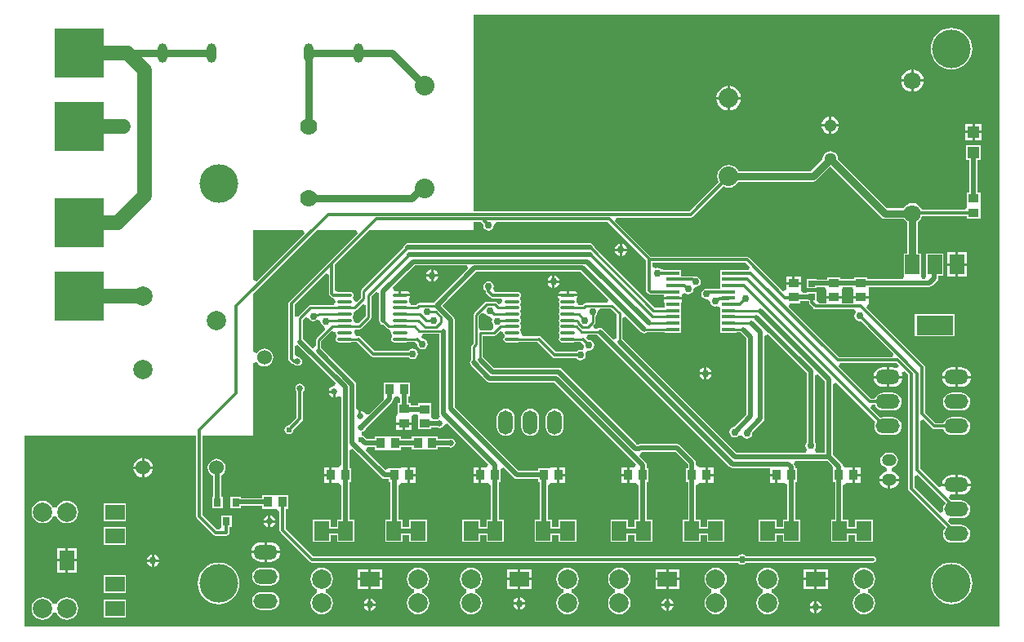
<source format=gtl>
G04*
G04 #@! TF.GenerationSoftware,Altium Limited,Altium Designer,20.0.13 (296)*
G04*
G04 Layer_Physical_Order=1*
G04 Layer_Color=255*
%FSLAX25Y25*%
%MOIN*%
G70*
G01*
G75*
%ADD10C,0.01000*%
%ADD24R,0.05315X0.01575*%
%ADD49R,0.04134X0.03740*%
%ADD50R,0.03543X0.04331*%
%ADD51R,0.03740X0.04134*%
%ADD52R,0.04331X0.03543*%
%ADD53R,0.02756X0.02559*%
%ADD54R,0.04724X0.04724*%
%ADD55R,0.20000X0.20000*%
%ADD56O,0.06102X0.01378*%
%ADD57R,0.05906X0.07874*%
%ADD58R,0.14961X0.07874*%
%ADD59R,0.03150X0.03543*%
%ADD60C,0.02000*%
%ADD61C,0.01200*%
%ADD62C,0.01400*%
%ADD63C,0.03000*%
%ADD64C,0.06000*%
%ADD65C,0.06000*%
%ADD66O,0.06000X0.04921*%
%ADD67O,0.06000X0.09843*%
%ADD68O,0.09843X0.06000*%
%ADD69R,0.06000X0.07874*%
%ADD70R,0.07874X0.06000*%
%ADD71C,0.07874*%
%ADD72R,0.06000X0.07874*%
%ADD73R,0.07874X0.06000*%
%ADD74C,0.08000*%
%ADD75C,0.05118*%
%ADD76O,0.03937X0.07874*%
%ADD77C,0.07000*%
%ADD78C,0.07087*%
%ADD79C,0.02500*%
%ADD80C,0.03000*%
%ADD81C,0.02400*%
%ADD82C,0.02800*%
%ADD83C,0.15748*%
%ADD84C,0.05000*%
G36*
X397500Y0D02*
X0D01*
X-500Y500D01*
Y78000D01*
X69674D01*
Y45000D01*
X69775Y44493D01*
X70063Y44063D01*
X76563Y37563D01*
X76993Y37275D01*
X77500Y37174D01*
X82000D01*
X82507Y37275D01*
X82937Y37563D01*
X83225Y37993D01*
X83325Y38500D01*
Y40628D01*
X84175D01*
Y45372D01*
X79825D01*
Y40628D01*
X78758Y39825D01*
X78049D01*
X72325Y45549D01*
Y78000D01*
X92500D01*
X93000Y78500D01*
Y107675D01*
X94259Y108138D01*
X94400Y108126D01*
X94932Y107432D01*
X95684Y106855D01*
X96560Y106493D01*
X97500Y106369D01*
X98440Y106493D01*
X99316Y106855D01*
X100068Y107432D01*
X100645Y108185D01*
X101007Y109060D01*
X101131Y110000D01*
X101007Y110940D01*
X100645Y111816D01*
X100068Y112568D01*
X99316Y113145D01*
X98440Y113507D01*
X97500Y113631D01*
X96560Y113507D01*
X95684Y113145D01*
X94932Y112568D01*
X94400Y111874D01*
X94259Y111862D01*
X93000Y112325D01*
Y136126D01*
X118875Y162000D01*
X134941D01*
X135476Y160707D01*
X124135Y149365D01*
X107635Y132865D01*
X107370Y132468D01*
X107276Y132000D01*
Y109500D01*
X107370Y109032D01*
X107635Y108635D01*
X108635Y107635D01*
X109032Y107370D01*
X109500Y107276D01*
X109593D01*
X109666Y107166D01*
X110278Y106757D01*
X111000Y106614D01*
X111722Y106757D01*
X112334Y107166D01*
X112743Y107778D01*
X112886Y108500D01*
X112743Y109222D01*
X112334Y109834D01*
X111722Y110243D01*
X111000Y110386D01*
X109741Y111414D01*
X109723Y111451D01*
Y114541D01*
X110036Y114765D01*
X111124Y115069D01*
X126588Y99604D01*
X126121Y98564D01*
X125932Y98281D01*
X125122Y98119D01*
X124378Y97622D01*
X123881Y96878D01*
X123805Y96500D01*
X126000D01*
Y96000D01*
X126500D01*
Y93805D01*
X126878Y93881D01*
X127421Y94244D01*
X128221Y94016D01*
X128821Y93653D01*
Y66150D01*
X127421Y65132D01*
X127319Y65165D01*
X126847Y65165D01*
X125047D01*
Y62000D01*
Y58835D01*
X126847D01*
X127319Y58835D01*
X127421Y58868D01*
X128821Y57850D01*
Y43722D01*
X127058D01*
Y40816D01*
X124415D01*
Y43722D01*
X117215D01*
Y34648D01*
X124415D01*
Y37554D01*
X127058D01*
Y34648D01*
X134257D01*
Y43722D01*
X132084D01*
Y59235D01*
X132824D01*
Y64765D01*
X132084D01*
Y72129D01*
X133484Y72709D01*
X145346Y60847D01*
X145876Y60493D01*
X146500Y60369D01*
X148176D01*
Y59235D01*
X148916D01*
Y43722D01*
X146742D01*
Y34648D01*
X153943D01*
Y37554D01*
X156585D01*
Y34648D01*
X163785D01*
Y43722D01*
X156585D01*
Y40816D01*
X153943D01*
Y43722D01*
X152179D01*
Y57850D01*
X153579Y58868D01*
X153681Y58835D01*
X154153Y58835D01*
X155953D01*
Y62000D01*
Y65165D01*
X154153D01*
X153681Y65165D01*
X152447Y64765D01*
X152281D01*
X148176D01*
Y64597D01*
X146776Y64031D01*
X138838Y71969D01*
X139418Y73369D01*
X142676D01*
Y72235D01*
X147181D01*
X147419Y72235D01*
X148581D01*
X148819Y72235D01*
X153324D01*
Y73369D01*
X157676D01*
Y72333D01*
X161984D01*
X163000Y72333D01*
X164016Y72333D01*
X168324D01*
Y73369D01*
X172612D01*
X172778Y73257D01*
X173500Y73114D01*
X174222Y73257D01*
X174834Y73666D01*
X175243Y74278D01*
X175386Y75000D01*
X175243Y75722D01*
X174834Y76334D01*
X174222Y76743D01*
X173500Y76886D01*
X172778Y76743D01*
X172612Y76631D01*
X168324D01*
Y77667D01*
X164016D01*
X163000Y77667D01*
X161984Y77667D01*
X157676D01*
Y76631D01*
X153324D01*
Y77765D01*
X148819D01*
X148581Y77765D01*
X147419D01*
X147181Y77765D01*
X142676D01*
Y76631D01*
X139284D01*
X138660Y77255D01*
X138298Y77798D01*
X137702Y78196D01*
X137374Y78261D01*
Y79688D01*
X137722Y79757D01*
X138334Y80166D01*
X138743Y80778D01*
X138782Y80975D01*
X149653Y91847D01*
X150007Y92376D01*
X150131Y93000D01*
Y93062D01*
X150800Y94057D01*
X152200Y94043D01*
X152821Y93043D01*
Y91324D01*
X151735D01*
Y87053D01*
X151335Y85819D01*
X151335Y85347D01*
Y83547D01*
X157665D01*
Y85347D01*
X157665Y85819D01*
X157648Y85872D01*
X158205Y86639D01*
X159870Y86746D01*
X160333Y86282D01*
X160333Y84984D01*
Y80676D01*
X165667D01*
Y81441D01*
X168003D01*
X168278Y81257D01*
X169000Y81114D01*
X169722Y81257D01*
X170334Y81666D01*
X170743Y82278D01*
X170774Y82438D01*
X172208Y82985D01*
X188846Y66347D01*
X188048Y65165D01*
X187847Y65165D01*
X186047D01*
Y62000D01*
Y58835D01*
X187847D01*
X188319Y58835D01*
X188421Y58868D01*
X189821Y57850D01*
Y43722D01*
X188057D01*
Y40816D01*
X185415D01*
Y43722D01*
X178215D01*
Y34648D01*
X185415D01*
Y37554D01*
X188057D01*
Y34648D01*
X195257D01*
Y43722D01*
X193084D01*
Y59235D01*
X193824D01*
Y64389D01*
X195081Y65112D01*
X199346Y60847D01*
X199876Y60493D01*
X200500Y60369D01*
X209176D01*
Y59235D01*
X209916D01*
Y43722D01*
X207743D01*
Y34648D01*
X214943D01*
Y37554D01*
X217585D01*
Y34648D01*
X224785D01*
Y43722D01*
X217585D01*
Y40816D01*
X214943D01*
Y43722D01*
X213179D01*
Y57850D01*
X214579Y58868D01*
X214681Y58835D01*
X215153Y58835D01*
X216953D01*
Y62000D01*
Y65165D01*
X215153D01*
X214681Y65165D01*
X213447Y64765D01*
X213281D01*
X209176D01*
Y63631D01*
X201176D01*
X175131Y89676D01*
Y125500D01*
X175007Y126124D01*
X174653Y126654D01*
X170107Y131200D01*
X183898Y144991D01*
X226701D01*
X237971Y133722D01*
X237391Y132322D01*
X228597D01*
X228168Y132236D01*
X227804Y131993D01*
X227804Y131993D01*
X227271Y131460D01*
X225955D01*
X225683Y131700D01*
X224988Y132860D01*
X224995Y132898D01*
X224895Y133400D01*
X224899Y134239D01*
X225272Y134798D01*
X225304Y134957D01*
X221319D01*
X217334D01*
X217366Y134798D01*
X217739Y134239D01*
X217742Y133400D01*
X217642Y132898D01*
X217742Y132395D01*
X218027Y131968D01*
Y131268D01*
X217742Y130842D01*
X217642Y130339D01*
X217742Y129836D01*
X218027Y129409D01*
Y128709D01*
X217742Y128282D01*
X217642Y127779D01*
X217742Y127277D01*
X218027Y126850D01*
Y126150D01*
X217742Y125723D01*
X217642Y125221D01*
X217742Y124717D01*
X218027Y124291D01*
Y123591D01*
X217742Y123164D01*
X217642Y122661D01*
X217742Y122159D01*
X218027Y121732D01*
Y121032D01*
X217742Y120605D01*
X217642Y120102D01*
X217742Y119599D01*
X218027Y119173D01*
Y118473D01*
X217742Y118046D01*
X217642Y117543D01*
X217742Y117040D01*
X218027Y116614D01*
X218454Y116329D01*
X218957Y116229D01*
X223681D01*
X224184Y116329D01*
X224323Y116422D01*
X226704D01*
X227903Y115222D01*
X227859Y115000D01*
X228022Y114181D01*
X228040Y114154D01*
X227633Y113490D01*
X227114Y113019D01*
X226500Y113141D01*
X225681Y112978D01*
X224986Y112514D01*
X224860Y112326D01*
X216549D01*
X210394Y118481D01*
X209964Y118768D01*
X209457Y118869D01*
X208949Y118768D01*
X208795Y118665D01*
X203317D01*
X203045Y118905D01*
X202350Y120065D01*
X202358Y120102D01*
X202257Y120605D01*
X201973Y121032D01*
Y121732D01*
X202257Y122159D01*
X202358Y122661D01*
X202257Y123164D01*
X201973Y123591D01*
Y124291D01*
X202257Y124717D01*
X202358Y125221D01*
X202257Y125723D01*
X201973Y126150D01*
Y126850D01*
X202257Y127277D01*
X202358Y127779D01*
X202257Y128282D01*
X201973Y128709D01*
Y129409D01*
X202257Y129836D01*
X202358Y130339D01*
X202257Y130842D01*
X201973Y131268D01*
Y131968D01*
X202257Y132395D01*
X202358Y132898D01*
X202257Y133401D01*
X201973Y133827D01*
Y134527D01*
X202257Y134954D01*
X202358Y135457D01*
X202257Y135960D01*
X201973Y136386D01*
X201546Y136671D01*
X201043Y136771D01*
X196319D01*
X195863Y136680D01*
X191636D01*
X190858Y138001D01*
X190978Y138181D01*
X191141Y139000D01*
X190978Y139819D01*
X190514Y140514D01*
X189819Y140978D01*
X189000Y141141D01*
X188181Y140978D01*
X187486Y140514D01*
X187022Y139819D01*
X186859Y139000D01*
X187022Y138181D01*
X187486Y137486D01*
X187777Y137292D01*
Y137000D01*
X187870Y136532D01*
X188135Y136135D01*
X189678Y134591D01*
X190075Y134326D01*
X190543Y134233D01*
X193977D01*
X194232Y134045D01*
X194703Y133346D01*
X194052Y131985D01*
X194046Y131979D01*
X193026Y131813D01*
X192446Y132393D01*
X192082Y132636D01*
X191653Y132722D01*
X191653Y132722D01*
X188100D01*
X188100Y132722D01*
X187671Y132636D01*
X187307Y132393D01*
X187307Y132393D01*
X183107Y128193D01*
X182864Y127829D01*
X182778Y127400D01*
X182778Y127400D01*
Y115865D01*
X182107Y115193D01*
X181864Y114829D01*
X181778Y114400D01*
X181778Y114400D01*
Y109098D01*
X181746Y109077D01*
X181393Y108547D01*
X181269Y107923D01*
X181393Y107299D01*
X181746Y106770D01*
X188170Y100347D01*
X188699Y99993D01*
X189323Y99869D01*
X215824D01*
X249346Y66347D01*
X248548Y65165D01*
X248347Y65165D01*
X246547D01*
Y62000D01*
Y58835D01*
X248347D01*
X248819Y58835D01*
X248921Y58868D01*
X250321Y57850D01*
Y43722D01*
X248557D01*
Y40816D01*
X245915D01*
Y43722D01*
X238715D01*
Y34648D01*
X245915D01*
Y37554D01*
X248557D01*
Y34648D01*
X255757D01*
Y43722D01*
X253584D01*
Y59235D01*
X254324D01*
Y64765D01*
X253631D01*
Y66000D01*
X253507Y66624D01*
X253153Y67154D01*
X250571Y69736D01*
X251154Y71132D01*
X251291Y71160D01*
X251604Y71369D01*
X265324D01*
X270416Y66277D01*
Y64765D01*
X269676D01*
Y59235D01*
X270416D01*
Y43722D01*
X268243D01*
Y34648D01*
X275443D01*
Y37554D01*
X278085D01*
Y34648D01*
X285285D01*
Y43722D01*
X278085D01*
Y40816D01*
X275443D01*
Y43722D01*
X273679D01*
Y57850D01*
X275079Y58868D01*
X275181Y58835D01*
X275653Y58835D01*
X277453D01*
Y62000D01*
Y65165D01*
X275653D01*
X275181Y65165D01*
X275079Y65132D01*
X273679Y66150D01*
Y66953D01*
X273554Y67577D01*
X273201Y68106D01*
X267154Y74154D01*
X266624Y74507D01*
X266000Y74631D01*
X251000D01*
X250376Y74507D01*
X250063Y74298D01*
X249686D01*
X218730Y105254D01*
X218201Y105607D01*
X217577Y105731D01*
X191076D01*
X186653Y110153D01*
X186622Y110175D01*
Y118878D01*
X191177D01*
X191177Y118878D01*
X191606Y118964D01*
X191970Y119207D01*
X193538Y120775D01*
X194940Y120282D01*
X195012Y120140D01*
X195005Y120102D01*
X195105Y119599D01*
X195390Y119173D01*
Y118473D01*
X195105Y118046D01*
X195005Y117543D01*
X195105Y117040D01*
X195390Y116614D01*
X195816Y116329D01*
X196319Y116229D01*
X201043D01*
X201546Y116329D01*
X201685Y116422D01*
X208704D01*
X215063Y110063D01*
X215493Y109775D01*
X216000Y109675D01*
X224860D01*
X224986Y109486D01*
X225681Y109022D01*
X226500Y108859D01*
X227319Y109022D01*
X228014Y109486D01*
X228478Y110181D01*
X228641Y111000D01*
X228478Y111819D01*
X228460Y111846D01*
X228867Y112510D01*
X229386Y112981D01*
X230000Y112859D01*
X230819Y113022D01*
X231514Y113486D01*
X231978Y114181D01*
X232141Y115000D01*
X231978Y115819D01*
X231514Y116514D01*
X230819Y116978D01*
X230000Y117141D01*
X229822Y117106D01*
X228915Y118076D01*
X229461Y119394D01*
X233310D01*
X233331Y119361D01*
X287347Y65346D01*
X287876Y64993D01*
X288500Y64869D01*
X303776D01*
Y62500D01*
X306547D01*
Y62000D01*
X307047D01*
Y58835D01*
X309319D01*
Y58835D01*
X309421Y58888D01*
X310821Y58103D01*
Y43722D01*
X309057D01*
Y40816D01*
X306415D01*
Y43722D01*
X299215D01*
Y34648D01*
X306415D01*
Y37554D01*
X309057D01*
Y34648D01*
X316258D01*
Y43722D01*
X314084D01*
Y59235D01*
X314824D01*
Y64765D01*
X314084D01*
Y65328D01*
X313960Y65953D01*
X313606Y66482D01*
X314199Y67869D01*
X327324D01*
X329217Y65975D01*
X329676Y64765D01*
X329676D01*
Y59235D01*
X330416D01*
Y43722D01*
X328743D01*
Y34648D01*
X335943D01*
Y37554D01*
X338585D01*
Y34648D01*
X345785D01*
Y43722D01*
X338585D01*
Y40816D01*
X335943D01*
Y43722D01*
X333679D01*
Y57850D01*
X335079Y58868D01*
X335181Y58835D01*
X335653Y58835D01*
X337453D01*
Y62000D01*
Y65165D01*
X335653D01*
X335181Y65165D01*
X335031Y65117D01*
X334658Y65219D01*
X333513Y66095D01*
X333507Y66124D01*
X333154Y66654D01*
X329631Y70176D01*
Y99158D01*
X331031Y99738D01*
X346943Y83827D01*
X346934Y83815D01*
X346571Y82940D01*
X346448Y82000D01*
X346571Y81060D01*
X346934Y80185D01*
X347511Y79432D01*
X348263Y78855D01*
X349139Y78493D01*
X350079Y78369D01*
X353921D01*
X354861Y78493D01*
X355737Y78855D01*
X356489Y79432D01*
X357066Y80185D01*
X357429Y81060D01*
X357552Y82000D01*
X357429Y82940D01*
X357066Y83815D01*
X356489Y84568D01*
X355737Y85145D01*
X354861Y85507D01*
X353921Y85631D01*
X350079D01*
X349139Y85507D01*
X348845Y85386D01*
X344854Y89376D01*
X345395Y90684D01*
X346727D01*
X346934Y90184D01*
X347511Y89432D01*
X348263Y88855D01*
X349139Y88493D01*
X350079Y88369D01*
X353921D01*
X354861Y88493D01*
X355737Y88855D01*
X356489Y89432D01*
X357066Y90184D01*
X357429Y91060D01*
X357552Y92000D01*
X357429Y92940D01*
X357066Y93815D01*
X356489Y94568D01*
X355737Y95145D01*
X354861Y95507D01*
X353921Y95631D01*
X350079D01*
X349139Y95507D01*
X348263Y95145D01*
X347511Y94568D01*
X346934Y93815D01*
X346689Y93224D01*
X345007D01*
X331854Y106377D01*
X332434Y107776D01*
X355448D01*
X356410Y106814D01*
X355617Y105627D01*
X354965Y105897D01*
X353921Y106035D01*
X352500D01*
Y102500D01*
X357890D01*
X357818Y103044D01*
X357548Y103696D01*
X358735Y104489D01*
X360277Y102948D01*
Y56500D01*
X360370Y56032D01*
X360635Y55635D01*
X375523Y40747D01*
X375511Y40567D01*
X374934Y39816D01*
X374571Y38940D01*
X374448Y38000D01*
X374571Y37060D01*
X374934Y36184D01*
X375511Y35432D01*
X376263Y34855D01*
X377139Y34493D01*
X378079Y34369D01*
X381921D01*
X382861Y34493D01*
X383737Y34855D01*
X384489Y35432D01*
X385066Y36184D01*
X385429Y37060D01*
X385552Y38000D01*
X385429Y38940D01*
X385066Y39816D01*
X384489Y40567D01*
X383737Y41145D01*
X382861Y41507D01*
X381921Y41631D01*
X378079D01*
X378075Y41631D01*
X378026Y41705D01*
X376657Y43073D01*
X377120Y44385D01*
X377229Y44481D01*
X378079Y44369D01*
X381921D01*
X382861Y44493D01*
X383737Y44855D01*
X384489Y45432D01*
X385066Y46185D01*
X385429Y47060D01*
X385552Y48000D01*
X385429Y48940D01*
X385066Y49815D01*
X384489Y50568D01*
X383737Y51145D01*
X382861Y51507D01*
X381921Y51631D01*
X378079D01*
X378075Y51631D01*
X378026Y51705D01*
X377040Y52690D01*
X377694Y54016D01*
X378079Y53966D01*
X379500D01*
Y57500D01*
X373861D01*
X372769Y56961D01*
X365224Y64507D01*
Y84217D01*
X366517Y84753D01*
X370135Y81135D01*
X370532Y80870D01*
X371000Y80777D01*
X374689D01*
X374934Y80185D01*
X375511Y79432D01*
X376263Y78855D01*
X377139Y78493D01*
X378079Y78369D01*
X381921D01*
X382861Y78493D01*
X383737Y78855D01*
X384489Y79432D01*
X385066Y80185D01*
X385429Y81060D01*
X385552Y82000D01*
X385429Y82940D01*
X385066Y83815D01*
X384489Y84568D01*
X383737Y85145D01*
X382861Y85507D01*
X381921Y85631D01*
X378079D01*
X377139Y85507D01*
X376263Y85145D01*
X375511Y84568D01*
X374934Y83815D01*
X374689Y83223D01*
X371507D01*
X367224Y87507D01*
Y106000D01*
X367130Y106468D01*
X366865Y106865D01*
X351627Y122104D01*
X351626Y122104D01*
X343248Y130482D01*
X343784Y131776D01*
X344067D01*
Y134146D01*
X341000D01*
X337933D01*
Y132223D01*
X333067D01*
Y134146D01*
X330000D01*
X326933D01*
Y132223D01*
X324072D01*
X322978Y132963D01*
Y136722D01*
X319022D01*
Y136375D01*
X317270D01*
X316567Y137484D01*
X316567Y138350D01*
Y139854D01*
X310433D01*
X310433Y137777D01*
X309236Y136994D01*
X295365Y150865D01*
X294968Y151130D01*
X294500Y151224D01*
X255304D01*
X240646Y165881D01*
X241182Y167174D01*
X271453D01*
X271960Y167275D01*
X272390Y167563D01*
X284813Y179985D01*
X285807Y179574D01*
X287008Y179415D01*
X288209Y179574D01*
X289328Y180037D01*
X290289Y180774D01*
X291026Y181735D01*
X291100Y181914D01*
X321445D01*
X322264Y182077D01*
X322959Y182541D01*
X328360Y187942D01*
X328500Y187924D01*
X328640Y187942D01*
X349212Y167370D01*
X349907Y166906D01*
X350726Y166743D01*
X358420D01*
X359045Y165929D01*
X359859Y165304D01*
Y152537D01*
X358447D01*
Y143531D01*
X358447Y143463D01*
X358282Y142131D01*
X343667D01*
Y142824D01*
X338333D01*
Y141986D01*
X332667D01*
Y142824D01*
X327333D01*
Y141887D01*
X322978D01*
Y142037D01*
X319022D01*
Y138278D01*
X322978D01*
Y138625D01*
X326230D01*
X326933Y137516D01*
X326933Y136650D01*
Y135146D01*
X330000D01*
X333067D01*
Y136650D01*
X333067Y137516D01*
X333532Y138723D01*
X337468D01*
X337933Y137516D01*
X337933Y136650D01*
Y135146D01*
X341000D01*
X344067D01*
Y136650D01*
X344067Y137516D01*
X344181Y138869D01*
X369000D01*
X369624Y138993D01*
X370153Y139347D01*
X372153Y141347D01*
X372507Y141876D01*
X372631Y142500D01*
Y143463D01*
X374608D01*
Y152537D01*
X367502D01*
Y143463D01*
X367502D01*
X367337Y142131D01*
X365718D01*
X365553Y143463D01*
X365553Y143531D01*
Y152537D01*
X364141D01*
Y165304D01*
X364955Y165929D01*
X365619Y166794D01*
X365969Y167640D01*
X384235D01*
Y166676D01*
X389765D01*
Y171181D01*
X389765Y171419D01*
Y172581D01*
X389765Y172819D01*
Y177324D01*
X388631D01*
Y190904D01*
X389962D01*
Y196828D01*
X384038D01*
Y190904D01*
X385369D01*
Y177324D01*
X384235D01*
Y172819D01*
X384235Y172581D01*
Y171419D01*
X383203Y170291D01*
X365902D01*
X365619Y170973D01*
X364955Y171839D01*
X364089Y172503D01*
X363082Y172921D01*
X362000Y173063D01*
X360918Y172921D01*
X359910Y172503D01*
X359045Y171839D01*
X358420Y171025D01*
X351613D01*
X331668Y190970D01*
X331686Y191110D01*
X331578Y191935D01*
X331259Y192703D01*
X330753Y193363D01*
X330093Y193870D01*
X329325Y194188D01*
X328500Y194297D01*
X327675Y194188D01*
X326907Y193870D01*
X326247Y193363D01*
X325741Y192703D01*
X325422Y191935D01*
X325314Y191110D01*
X325332Y190970D01*
X320558Y186196D01*
X291100D01*
X291026Y186375D01*
X290289Y187336D01*
X289328Y188073D01*
X288209Y188537D01*
X287008Y188695D01*
X285807Y188537D01*
X284688Y188073D01*
X283727Y187336D01*
X282990Y186375D01*
X282526Y185256D01*
X282368Y184055D01*
X282526Y182854D01*
X282938Y181860D01*
X270904Y169825D01*
X183000D01*
Y250000D01*
X397500Y250000D01*
Y0D01*
D02*
G37*
G36*
X253276Y149790D02*
Y137541D01*
X253370Y137073D01*
X253635Y136676D01*
X254338Y135973D01*
X254735Y135708D01*
X255203Y135615D01*
X260524D01*
Y134780D01*
X267839D01*
Y135697D01*
X268525Y136169D01*
X269095Y136413D01*
X269681Y136022D01*
X270500Y135859D01*
X271319Y136022D01*
X272014Y136486D01*
X272478Y137181D01*
X272641Y138000D01*
X273500Y138859D01*
X274319Y139022D01*
X275014Y139486D01*
X275478Y140181D01*
X275641Y141000D01*
X275478Y141819D01*
X275014Y142514D01*
X274319Y142978D01*
X273500Y143141D01*
X272866Y143015D01*
X272618Y143181D01*
X272110Y143282D01*
X271603Y143181D01*
X271602Y143180D01*
X267439D01*
Y145903D01*
X260924D01*
Y145903D01*
X259548Y145963D01*
X259514Y146014D01*
X258819Y146478D01*
X258000Y146641D01*
X257181Y146478D01*
X257123Y146440D01*
X255724Y147188D01*
Y148776D01*
X293993D01*
X295630Y147139D01*
X295051Y145739D01*
X290076D01*
Y145903D01*
X283561D01*
Y143128D01*
Y140569D01*
Y138062D01*
X279272D01*
X278826Y137973D01*
X278819Y137978D01*
X278000Y138141D01*
X277181Y137978D01*
X276486Y137514D01*
X276022Y136819D01*
X275859Y136000D01*
X276022Y135181D01*
X276486Y134486D01*
X277181Y134022D01*
X278000Y133859D01*
X278106Y133880D01*
X279282Y133054D01*
X279395Y132818D01*
X279522Y132181D01*
X279986Y131486D01*
X280681Y131022D01*
X281500Y130859D01*
X282161Y130990D01*
X282556Y130891D01*
X283099Y130590D01*
X283561Y130168D01*
Y125215D01*
Y122656D01*
Y120097D01*
X290076D01*
Y120363D01*
X291841D01*
X291862Y120331D01*
X294369Y117824D01*
Y86676D01*
X289293Y81600D01*
X288681Y81478D01*
X287986Y81014D01*
X287522Y80319D01*
X287359Y79500D01*
X287522Y78681D01*
X287986Y77986D01*
X288681Y77522D01*
X289500Y77359D01*
X290319Y77522D01*
X291014Y77986D01*
X291106Y78123D01*
X291732Y78149D01*
X292657Y77978D01*
X292986Y77486D01*
X293681Y77022D01*
X294500Y76859D01*
X295319Y77022D01*
X296014Y77486D01*
X296478Y78181D01*
X296641Y79000D01*
X296586Y79279D01*
X301153Y83846D01*
X301507Y84376D01*
X301631Y85000D01*
Y118865D01*
X303031Y119445D01*
X318869Y103608D01*
Y75338D01*
X318522Y74819D01*
X318359Y74000D01*
X318522Y73181D01*
X318956Y72531D01*
X318903Y72257D01*
X318493Y71131D01*
X290176D01*
X243653Y117654D01*
X243621Y117675D01*
Y126092D01*
X245022Y126671D01*
X251362Y120331D01*
X251891Y119977D01*
X252516Y119853D01*
X253140Y119977D01*
X253669Y120331D01*
X253691Y120363D01*
X260924D01*
Y120097D01*
X267439D01*
Y122656D01*
Y125215D01*
Y127774D01*
Y132492D01*
X267839D01*
Y133780D01*
X260524D01*
Y132492D01*
X260924D01*
Y130283D01*
X256803D01*
X232124Y154962D01*
X232131Y155000D01*
X232007Y155624D01*
X231653Y156154D01*
X231124Y156507D01*
X230500Y156631D01*
X156000D01*
X155376Y156507D01*
X154847Y156154D01*
X154493Y155624D01*
X154369Y155000D01*
X154376Y154962D01*
X137207Y137793D01*
X136964Y137429D01*
X136878Y137000D01*
X136878Y137000D01*
Y134465D01*
X135199Y132785D01*
X134973Y132804D01*
X133919Y133270D01*
X133545Y134635D01*
X133757Y134954D01*
X133858Y135457D01*
X133757Y135960D01*
X133473Y136386D01*
X133046Y136671D01*
X132543Y136771D01*
X127819D01*
X127623Y136732D01*
X126224Y137475D01*
Y147993D01*
X140230Y162000D01*
X183000D01*
Y165376D01*
X185893D01*
X186927Y164343D01*
X186859Y164000D01*
X187022Y163181D01*
X187486Y162486D01*
X188181Y162022D01*
X189000Y161859D01*
X189819Y162022D01*
X190514Y162486D01*
X190978Y163181D01*
X191141Y164000D01*
X192162Y165376D01*
X237690D01*
X253276Y149790D01*
D02*
G37*
G36*
X113296Y162000D02*
X113832Y160707D01*
X94293Y141168D01*
X93000Y141704D01*
Y162000D01*
X113296D01*
D02*
G37*
G36*
X180591Y146298D02*
X166647Y132353D01*
X166625Y132322D01*
X160611D01*
X160182Y132236D01*
X159818Y131993D01*
X159818Y131993D01*
X159285Y131460D01*
X157455D01*
X157183Y131700D01*
X156488Y132860D01*
X156495Y132898D01*
X156395Y133400D01*
X156399Y134239D01*
X156772Y134798D01*
X156804Y134957D01*
X152819D01*
Y135457D01*
X152319D01*
Y137179D01*
X150466D01*
X150446Y137198D01*
X149778Y138471D01*
X158898Y147591D01*
X180055D01*
X180591Y146298D01*
D02*
G37*
G36*
X123776Y143717D02*
Y136160D01*
X123870Y135691D01*
X124135Y135294D01*
X124838Y134591D01*
X125235Y134326D01*
X125504Y134273D01*
X125823Y134020D01*
X125847Y133993D01*
X126505Y132898D01*
X126512Y132860D01*
X125817Y131700D01*
X125545Y131460D01*
X116339D01*
X116339Y131460D01*
X115909Y131375D01*
X115545Y131132D01*
X115545Y131132D01*
X111207Y126793D01*
X111124Y126668D01*
X110011Y126792D01*
X109723Y126901D01*
Y131493D01*
X122483Y144253D01*
X123776Y143717D01*
D02*
G37*
G36*
X138878Y131312D02*
Y126965D01*
X135863Y123950D01*
X134703Y124131D01*
X133858Y125221D01*
X133757Y125723D01*
X133473Y126150D01*
Y126850D01*
X133757Y127277D01*
X133858Y127779D01*
X133850Y127817D01*
X134152Y128683D01*
X134761Y129301D01*
X134768Y129302D01*
X135132Y129545D01*
X137478Y131892D01*
X138878Y131312D01*
D02*
G37*
G36*
X144369Y136303D02*
Y125000D01*
X144493Y124376D01*
X144846Y123846D01*
X145376Y123493D01*
X146000Y123369D01*
X146038Y123376D01*
X147475Y121939D01*
X147838Y121696D01*
X148268Y121611D01*
X148268Y121610D01*
X148491Y121380D01*
X149164Y120211D01*
X149143Y120102D01*
X149242Y119599D01*
X149527Y119173D01*
Y118473D01*
X149242Y118046D01*
X149143Y117543D01*
X149242Y117040D01*
X149527Y116614D01*
X149954Y116329D01*
X150457Y116229D01*
X155181D01*
X155684Y116329D01*
X155823Y116422D01*
X158815D01*
X159859Y115500D01*
X160022Y114681D01*
X160486Y113986D01*
X161181Y113522D01*
X162000Y113359D01*
X162819Y113522D01*
X163514Y113986D01*
X163978Y114681D01*
X164141Y115500D01*
X163978Y116319D01*
X163514Y117014D01*
X162819Y117478D01*
X162200Y117601D01*
X161612Y118282D01*
X162256Y119678D01*
X168869D01*
Y87000D01*
X168993Y86376D01*
X169094Y86224D01*
X169084Y86082D01*
X168683Y85063D01*
X168438Y84775D01*
X168278Y84743D01*
X168221Y84704D01*
X166657D01*
X165667Y85694D01*
X165667Y87016D01*
Y91324D01*
X160333D01*
Y90535D01*
X157265D01*
Y91324D01*
X156084D01*
Y94235D01*
X156824D01*
Y99765D01*
X152319D01*
X152081Y99765D01*
X150919D01*
X150681Y99765D01*
X146176D01*
Y94235D01*
X146176D01*
X146071Y92878D01*
X140051Y86858D01*
X139609Y86864D01*
X138408Y87195D01*
X138122Y87622D01*
X137378Y88119D01*
X137000Y88195D01*
Y86000D01*
X136000D01*
Y88525D01*
X134970Y89239D01*
Y98839D01*
X134846Y99463D01*
X134492Y99992D01*
X120742Y113742D01*
X120710Y113763D01*
Y116624D01*
X124747Y120660D01*
X126397Y120331D01*
X126512Y120140D01*
X126505Y120102D01*
X126605Y119599D01*
X126890Y119173D01*
Y118473D01*
X126605Y118046D01*
X126505Y117543D01*
X126605Y117040D01*
X126890Y116614D01*
X127316Y116329D01*
X127819Y116229D01*
X132543D01*
X133046Y116329D01*
X133185Y116422D01*
X135204D01*
X141063Y110563D01*
X141493Y110275D01*
X142000Y110175D01*
X156360D01*
X156486Y109986D01*
X157181Y109522D01*
X158000Y109359D01*
X158819Y109522D01*
X159514Y109986D01*
X159978Y110681D01*
X160141Y111500D01*
X159978Y112319D01*
X159514Y113014D01*
X158819Y113478D01*
X158000Y113641D01*
X157181Y113478D01*
X156486Y113014D01*
X156360Y112826D01*
X142549D01*
X136894Y118481D01*
X136464Y118768D01*
X135957Y118869D01*
X135450Y118768D01*
X134706Y119165D01*
X134196Y120718D01*
X134545Y121300D01*
X134817Y121540D01*
X136161D01*
X136161Y121540D01*
X136591Y121625D01*
X136954Y121868D01*
X140793Y125707D01*
X140793Y125707D01*
X141036Y126071D01*
X141122Y126500D01*
X141122Y126500D01*
Y135035D01*
X142969Y136882D01*
X144369Y136303D01*
D02*
G37*
G36*
X187812Y127746D02*
X187986Y127486D01*
X188681Y127022D01*
X189500Y126859D01*
X189615Y126882D01*
X190522Y125719D01*
X190479Y125502D01*
X190359Y124900D01*
X190522Y124081D01*
X190986Y123386D01*
X190938Y122074D01*
X190101Y121122D01*
X185500D01*
X185022Y122454D01*
Y126935D01*
X186123Y128037D01*
X186452Y128071D01*
X187812Y127746D01*
D02*
G37*
G36*
X241378Y127535D02*
Y117909D01*
X240988Y117630D01*
X239793Y117551D01*
X239736Y117571D01*
X235638Y121669D01*
X235109Y122022D01*
X234485Y122146D01*
X233861Y122022D01*
X233345Y121678D01*
X232118Y121779D01*
X231614Y123028D01*
X232193Y123607D01*
X232193Y123607D01*
X232436Y123971D01*
X232522Y124400D01*
X232522Y124400D01*
Y126824D01*
X232914Y127086D01*
X233378Y127781D01*
X233541Y128600D01*
X233525Y128678D01*
X234493Y130078D01*
X238835D01*
X241378Y127535D01*
D02*
G37*
G36*
X115482Y126095D02*
X115574Y126008D01*
X115986Y125391D01*
X116681Y124927D01*
X117500Y124764D01*
X118319Y124927D01*
X119014Y125391D01*
X119036Y125424D01*
X120318Y124916D01*
X120361Y124888D01*
X120522Y124081D01*
X120986Y123386D01*
X121681Y122922D01*
X121827Y122893D01*
X122318Y121404D01*
X118795Y117882D01*
X118552Y117518D01*
X118467Y117088D01*
X118467Y117088D01*
Y114738D01*
X117254Y113869D01*
X116901Y113907D01*
X113154Y117654D01*
X113122Y117675D01*
Y125494D01*
X114161Y126406D01*
X115482Y126095D01*
D02*
G37*
G36*
X319022Y132963D02*
X319777D01*
Y132500D01*
X319870Y132032D01*
X320135Y131635D01*
X321635Y130135D01*
X322032Y129870D01*
X322500Y129777D01*
X338355D01*
X338736Y129014D01*
X338894Y128376D01*
X338522Y127819D01*
X338359Y127000D01*
X338522Y126181D01*
X338986Y125486D01*
X339681Y125022D01*
X340500Y124859D01*
X340843Y124927D01*
X354253Y111517D01*
X353717Y110223D01*
X332007D01*
X311455Y130776D01*
X312035Y132176D01*
X316167D01*
Y133113D01*
X319022D01*
Y132963D01*
D02*
G37*
G36*
X326369Y100324D02*
Y71131D01*
X322507D01*
X322097Y72257D01*
X322044Y72531D01*
X322478Y73181D01*
X322641Y74000D01*
X322478Y74819D01*
X322131Y75338D01*
Y102582D01*
X323531Y103162D01*
X326369Y100324D01*
D02*
G37*
G36*
X375523Y50747D02*
X375511Y50568D01*
X374934Y49815D01*
X374571Y48940D01*
X374448Y48000D01*
X374559Y47151D01*
X374464Y47041D01*
X373152Y46578D01*
X362723Y57007D01*
Y61566D01*
X364124Y62146D01*
X375523Y50747D01*
D02*
G37*
%LPC*%
G36*
X377953Y244736D02*
X376292Y244572D01*
X374694Y244087D01*
X373222Y243300D01*
X371932Y242242D01*
X370873Y240951D01*
X370086Y239479D01*
X369601Y237882D01*
X369438Y236221D01*
X369601Y234559D01*
X370086Y232962D01*
X370873Y231490D01*
X371932Y230199D01*
X373222Y229140D01*
X374694Y228354D01*
X376292Y227869D01*
X377953Y227706D01*
X379614Y227869D01*
X381211Y228354D01*
X382683Y229140D01*
X383974Y230199D01*
X385033Y231490D01*
X385820Y232962D01*
X386304Y234559D01*
X386468Y236221D01*
X386304Y237882D01*
X385820Y239479D01*
X385033Y240951D01*
X383974Y242242D01*
X382683Y243300D01*
X381211Y244087D01*
X379614Y244572D01*
X377953Y244736D01*
D02*
G37*
G36*
X362500Y227633D02*
Y223616D01*
X366517D01*
X366426Y224302D01*
X365969Y225407D01*
X365240Y226357D01*
X364291Y227085D01*
X363186Y227542D01*
X362500Y227633D01*
D02*
G37*
G36*
X361500Y227633D02*
X360814Y227542D01*
X359709Y227085D01*
X358760Y226357D01*
X358031Y225407D01*
X357574Y224302D01*
X357483Y223616D01*
X361500D01*
Y227633D01*
D02*
G37*
G36*
X366517Y222616D02*
X362500D01*
Y218600D01*
X363186Y218690D01*
X364291Y219148D01*
X365240Y219876D01*
X365969Y220825D01*
X366426Y221930D01*
X366517Y222616D01*
D02*
G37*
G36*
X361500D02*
X357483D01*
X357574Y221930D01*
X358031Y220825D01*
X358760Y219876D01*
X359709Y219148D01*
X360814Y218690D01*
X361500Y218600D01*
Y222616D01*
D02*
G37*
G36*
X287508Y220922D02*
Y216445D01*
X291985D01*
X291879Y217250D01*
X291375Y218466D01*
X290574Y219511D01*
X289529Y220312D01*
X288313Y220816D01*
X287508Y220922D01*
D02*
G37*
G36*
X286508D02*
X285703Y220816D01*
X284486Y220312D01*
X283442Y219511D01*
X282640Y218466D01*
X282137Y217250D01*
X282031Y216445D01*
X286508D01*
Y220922D01*
D02*
G37*
G36*
X291985Y215445D02*
X287508D01*
Y210968D01*
X288313Y211074D01*
X289529Y211577D01*
X290574Y212379D01*
X291375Y213423D01*
X291879Y214640D01*
X291985Y215445D01*
D02*
G37*
G36*
X286508D02*
X282031D01*
X282137Y214640D01*
X282640Y213423D01*
X283442Y212379D01*
X284486Y211577D01*
X285703Y211074D01*
X286508Y210968D01*
Y215445D01*
D02*
G37*
G36*
X329000Y208414D02*
Y205390D01*
X332024D01*
X331967Y205819D01*
X331609Y206685D01*
X331038Y207428D01*
X330295Y207999D01*
X329429Y208357D01*
X329000Y208414D01*
D02*
G37*
G36*
X328000D02*
X327571Y208357D01*
X326705Y207999D01*
X325962Y207428D01*
X325391Y206685D01*
X325033Y205819D01*
X324976Y205390D01*
X328000D01*
Y208414D01*
D02*
G37*
G36*
X390362Y205496D02*
X387500D01*
Y202634D01*
X390362D01*
Y205496D01*
D02*
G37*
G36*
X386500D02*
X383638D01*
Y202634D01*
X386500D01*
Y205496D01*
D02*
G37*
G36*
X332024Y204390D02*
X329000D01*
Y201366D01*
X329429Y201422D01*
X330295Y201781D01*
X331038Y202351D01*
X331609Y203095D01*
X331967Y203961D01*
X332024Y204390D01*
D02*
G37*
G36*
X328000D02*
X324976D01*
X325033Y203961D01*
X325391Y203095D01*
X325962Y202351D01*
X326705Y201781D01*
X327571Y201422D01*
X328000Y201366D01*
Y204390D01*
D02*
G37*
G36*
X390362Y201634D02*
X387500D01*
Y198772D01*
X390362D01*
Y201634D01*
D02*
G37*
G36*
X386500D02*
X383638D01*
Y198772D01*
X386500D01*
Y201634D01*
D02*
G37*
G36*
X384063Y152937D02*
X380610D01*
Y148500D01*
X384063D01*
Y152937D01*
D02*
G37*
G36*
X379610D02*
X376157D01*
Y148500D01*
X379610D01*
Y152937D01*
D02*
G37*
G36*
X384063Y147500D02*
X380610D01*
Y143063D01*
X384063D01*
Y147500D01*
D02*
G37*
G36*
X379610D02*
X376157D01*
Y143063D01*
X379610D01*
Y147500D01*
D02*
G37*
G36*
X216000Y143449D02*
Y141500D01*
X217950D01*
X217855Y141975D01*
X217302Y142802D01*
X216476Y143355D01*
X216000Y143449D01*
D02*
G37*
G36*
X215000D02*
X214525Y143355D01*
X213698Y142802D01*
X213145Y141975D01*
X213051Y141500D01*
X215000D01*
Y143449D01*
D02*
G37*
G36*
X316567Y143224D02*
X314000D01*
Y140854D01*
X316567D01*
Y143224D01*
D02*
G37*
G36*
X313000D02*
X310433D01*
Y140854D01*
X313000D01*
Y143224D01*
D02*
G37*
G36*
X217950Y140500D02*
X216000D01*
Y138550D01*
X216476Y138645D01*
X217302Y139198D01*
X217855Y140024D01*
X217950Y140500D01*
D02*
G37*
G36*
X215000D02*
X213051D01*
X213145Y140024D01*
X213698Y139198D01*
X214525Y138645D01*
X215000Y138550D01*
Y140500D01*
D02*
G37*
G36*
X223681Y137179D02*
X221819D01*
Y135957D01*
X225304D01*
X225272Y136116D01*
X224899Y136674D01*
X224340Y137048D01*
X223681Y137179D01*
D02*
G37*
G36*
X220819D02*
X218957D01*
X218298Y137048D01*
X217739Y136674D01*
X217366Y136116D01*
X217334Y135957D01*
X220819D01*
Y137179D01*
D02*
G37*
G36*
X379135Y127734D02*
X362975D01*
Y118660D01*
X379135D01*
Y127734D01*
D02*
G37*
G36*
X381921Y106035D02*
X380500D01*
Y102500D01*
X385890D01*
X385818Y103044D01*
X385415Y104017D01*
X384774Y104853D01*
X383939Y105494D01*
X382965Y105897D01*
X381921Y106035D01*
D02*
G37*
G36*
X379500D02*
X378079D01*
X377034Y105897D01*
X376062Y105494D01*
X375226Y104853D01*
X374585Y104017D01*
X374182Y103044D01*
X374110Y102500D01*
X379500D01*
Y106035D01*
D02*
G37*
G36*
X351500D02*
X350079D01*
X349035Y105897D01*
X348061Y105494D01*
X347226Y104853D01*
X346585Y104017D01*
X346182Y103044D01*
X346110Y102500D01*
X351500D01*
Y106035D01*
D02*
G37*
G36*
X385890Y101500D02*
X380500D01*
Y97966D01*
X381921D01*
X382965Y98103D01*
X383939Y98506D01*
X384774Y99147D01*
X385415Y99983D01*
X385818Y100956D01*
X385890Y101500D01*
D02*
G37*
G36*
X379500D02*
X374110D01*
X374182Y100956D01*
X374585Y99983D01*
X375226Y99147D01*
X376062Y98506D01*
X377034Y98103D01*
X378079Y97966D01*
X379500D01*
Y101500D01*
D02*
G37*
G36*
X357890D02*
X352500D01*
Y97966D01*
X353921D01*
X354965Y98103D01*
X355939Y98506D01*
X356774Y99147D01*
X357415Y99983D01*
X357818Y100956D01*
X357890Y101500D01*
D02*
G37*
G36*
X351500D02*
X346110D01*
X346182Y100956D01*
X346585Y99983D01*
X347226Y99147D01*
X348061Y98506D01*
X349035Y98103D01*
X350079Y97966D01*
X351500D01*
Y101500D01*
D02*
G37*
G36*
X125500Y95500D02*
X123805D01*
X123881Y95122D01*
X124378Y94378D01*
X125122Y93881D01*
X125500Y93805D01*
Y95500D01*
D02*
G37*
G36*
X381921Y95631D02*
X378079D01*
X377139Y95507D01*
X376263Y95145D01*
X375511Y94568D01*
X374934Y93815D01*
X374571Y92940D01*
X374448Y92000D01*
X374571Y91060D01*
X374934Y90184D01*
X375511Y89432D01*
X376263Y88855D01*
X377139Y88493D01*
X378079Y88369D01*
X381921D01*
X382861Y88493D01*
X383737Y88855D01*
X384489Y89432D01*
X385066Y90184D01*
X385429Y91060D01*
X385552Y92000D01*
X385429Y92940D01*
X385066Y93815D01*
X384489Y94568D01*
X383737Y95145D01*
X382861Y95507D01*
X381921Y95631D01*
D02*
G37*
G36*
X157665Y82547D02*
X155000D01*
Y80276D01*
X157665D01*
Y82547D01*
D02*
G37*
G36*
X154000D02*
X151335D01*
Y80276D01*
X154000D01*
Y82547D01*
D02*
G37*
G36*
X112000Y99386D02*
X111278Y99243D01*
X110666Y98834D01*
X110257Y98222D01*
X110114Y97500D01*
X110257Y96778D01*
X110666Y96166D01*
X110675Y96161D01*
Y85549D01*
X107451Y82326D01*
X106798Y82196D01*
X106202Y81798D01*
X105804Y81202D01*
X105665Y80500D01*
X105804Y79798D01*
X106202Y79202D01*
X106798Y78804D01*
X107500Y78665D01*
X108202Y78804D01*
X108798Y79202D01*
X109196Y79798D01*
X109326Y80451D01*
X112937Y84063D01*
X113225Y84493D01*
X113326Y85000D01*
Y96161D01*
X113334Y96166D01*
X113743Y96778D01*
X113886Y97500D01*
X113743Y98222D01*
X113334Y98834D01*
X112722Y99243D01*
X112000Y99386D01*
D02*
G37*
G36*
X216000Y89052D02*
X215060Y88929D01*
X214184Y88566D01*
X213433Y87989D01*
X212855Y87237D01*
X212493Y86361D01*
X212369Y85421D01*
Y81579D01*
X212493Y80639D01*
X212855Y79763D01*
X213433Y79011D01*
X214184Y78434D01*
X215060Y78071D01*
X216000Y77948D01*
X216940Y78071D01*
X217815Y78434D01*
X218567Y79011D01*
X219145Y79763D01*
X219507Y80639D01*
X219631Y81579D01*
Y85421D01*
X219507Y86361D01*
X219145Y87237D01*
X218567Y87989D01*
X217815Y88566D01*
X216940Y88929D01*
X216000Y89052D01*
D02*
G37*
G36*
X206000D02*
X205060Y88929D01*
X204185Y88566D01*
X203432Y87989D01*
X202855Y87237D01*
X202493Y86361D01*
X202369Y85421D01*
Y81579D01*
X202493Y80639D01*
X202855Y79763D01*
X203432Y79011D01*
X204185Y78434D01*
X205060Y78071D01*
X206000Y77948D01*
X206940Y78071D01*
X207816Y78434D01*
X208568Y79011D01*
X209145Y79763D01*
X209507Y80639D01*
X209631Y81579D01*
Y85421D01*
X209507Y86361D01*
X209145Y87237D01*
X208568Y87989D01*
X207816Y88566D01*
X206940Y88929D01*
X206000Y89052D01*
D02*
G37*
G36*
X196000D02*
X195060Y88929D01*
X194185Y88566D01*
X193432Y87989D01*
X192855Y87237D01*
X192493Y86361D01*
X192369Y85421D01*
Y81579D01*
X192493Y80639D01*
X192855Y79763D01*
X193432Y79011D01*
X194185Y78434D01*
X195060Y78071D01*
X196000Y77948D01*
X196940Y78071D01*
X197816Y78434D01*
X198568Y79011D01*
X199145Y79763D01*
X199507Y80639D01*
X199631Y81579D01*
Y85421D01*
X199507Y86361D01*
X199145Y87237D01*
X198568Y87989D01*
X197816Y88566D01*
X196940Y88929D01*
X196000Y89052D01*
D02*
G37*
G36*
X48500Y68969D02*
Y65500D01*
X51969D01*
X51897Y66044D01*
X51494Y67017D01*
X50853Y67853D01*
X50017Y68494D01*
X49044Y68897D01*
X48500Y68969D01*
D02*
G37*
G36*
X47500D02*
X46956Y68897D01*
X45983Y68494D01*
X45147Y67853D01*
X44506Y67017D01*
X44103Y66044D01*
X44031Y65500D01*
X47500D01*
Y68969D01*
D02*
G37*
G36*
X338453Y65165D02*
Y62500D01*
X340724D01*
Y65165D01*
X338453D01*
D02*
G37*
G36*
X278453D02*
Y62500D01*
X280724D01*
Y65165D01*
X278453D01*
D02*
G37*
G36*
X217953D02*
Y62500D01*
X220224D01*
Y65165D01*
X217953D01*
D02*
G37*
G36*
X156953D02*
Y62500D01*
X159224D01*
Y65165D01*
X156953D01*
D02*
G37*
G36*
X245547D02*
X243276D01*
Y62500D01*
X245547D01*
Y65165D01*
D02*
G37*
G36*
X185047D02*
X182776D01*
Y62500D01*
X185047D01*
Y65165D01*
D02*
G37*
G36*
X124047D02*
X121776D01*
Y62500D01*
X124047D01*
Y65165D01*
D02*
G37*
G36*
X51969Y64500D02*
X48500D01*
Y61031D01*
X49044Y61103D01*
X50017Y61506D01*
X50853Y62147D01*
X51494Y62983D01*
X51897Y63956D01*
X51969Y64500D01*
D02*
G37*
G36*
X47500D02*
X44031D01*
X44103Y63956D01*
X44506Y62983D01*
X45147Y62147D01*
X45983Y61506D01*
X46956Y61103D01*
X47500Y61031D01*
Y64500D01*
D02*
G37*
G36*
X353039Y71024D02*
X351961D01*
X351162Y70919D01*
X350417Y70610D01*
X349778Y70120D01*
X349287Y69481D01*
X348979Y68736D01*
X348874Y67937D01*
X348979Y67138D01*
X349287Y66394D01*
X349778Y65754D01*
X350417Y65263D01*
X351162Y64955D01*
X351522Y64908D01*
Y63496D01*
X351057Y63434D01*
X350215Y63086D01*
X349493Y62531D01*
X348938Y61808D01*
X348589Y60966D01*
X348536Y60563D01*
X352500D01*
X356464D01*
X356411Y60966D01*
X356062Y61808D01*
X355507Y62531D01*
X354785Y63086D01*
X353943Y63434D01*
X353478Y63496D01*
Y64908D01*
X353838Y64955D01*
X354583Y65263D01*
X355222Y65754D01*
X355713Y66394D01*
X356021Y67138D01*
X356126Y67937D01*
X356021Y68736D01*
X355713Y69481D01*
X355222Y70120D01*
X354583Y70610D01*
X353838Y70919D01*
X353039Y71024D01*
D02*
G37*
G36*
X340724Y61500D02*
X338453D01*
Y58835D01*
X340724D01*
Y61500D01*
D02*
G37*
G36*
X306047D02*
X303776D01*
Y58835D01*
X306047D01*
Y61500D01*
D02*
G37*
G36*
X280724D02*
X278453D01*
Y58835D01*
X280724D01*
Y61500D01*
D02*
G37*
G36*
X220224D02*
X217953D01*
Y58835D01*
X220224D01*
Y61500D01*
D02*
G37*
G36*
X159224D02*
X156953D01*
Y58835D01*
X159224D01*
Y61500D01*
D02*
G37*
G36*
X245547D02*
X243276D01*
Y58835D01*
X245547D01*
Y61500D01*
D02*
G37*
G36*
X185047D02*
X182776D01*
Y58835D01*
X185047D01*
Y61500D01*
D02*
G37*
G36*
X124047D02*
X121776D01*
Y58835D01*
X124047D01*
Y61500D01*
D02*
G37*
G36*
X381921Y62034D02*
X380500D01*
Y58500D01*
X385890D01*
X385818Y59044D01*
X385415Y60017D01*
X384774Y60853D01*
X383939Y61494D01*
X382965Y61897D01*
X381921Y62034D01*
D02*
G37*
G36*
X379500D02*
X378079D01*
X377034Y61897D01*
X376062Y61494D01*
X375226Y60853D01*
X374585Y60017D01*
X374182Y59044D01*
X374110Y58500D01*
X379500D01*
Y62034D01*
D02*
G37*
G36*
X356464Y59563D02*
X353000D01*
Y56573D01*
X353039D01*
X353943Y56691D01*
X354785Y57040D01*
X355507Y57595D01*
X356062Y58318D01*
X356411Y59160D01*
X356464Y59563D01*
D02*
G37*
G36*
X352000D02*
X348536D01*
X348589Y59160D01*
X348938Y58318D01*
X349493Y57595D01*
X350215Y57040D01*
X351057Y56691D01*
X351961Y56573D01*
X352000D01*
Y59563D01*
D02*
G37*
G36*
X385890Y57500D02*
X380500D01*
Y53966D01*
X381921D01*
X382965Y54103D01*
X383939Y54506D01*
X384774Y55147D01*
X385415Y55983D01*
X385818Y56956D01*
X385890Y57500D01*
D02*
G37*
G36*
X102581Y53765D02*
X101419D01*
X101181Y53765D01*
X96676D01*
Y52568D01*
X87915D01*
Y53246D01*
X83565D01*
Y48502D01*
X87915D01*
Y49306D01*
X96676D01*
Y48235D01*
X101181D01*
X101419Y48235D01*
X102581D01*
X103674Y47189D01*
Y39500D01*
X103775Y38993D01*
X104063Y38563D01*
X116063Y26563D01*
X116493Y26275D01*
X117000Y26175D01*
X290860D01*
X290986Y25986D01*
X291681Y25522D01*
X292500Y25359D01*
X293319Y25522D01*
X294014Y25986D01*
X294140Y26175D01*
X346000D01*
X346507Y26275D01*
X346937Y26563D01*
X347225Y26993D01*
X347325Y27500D01*
X347225Y28007D01*
X346937Y28437D01*
X346507Y28725D01*
X346000Y28826D01*
X294140D01*
X294014Y29014D01*
X293319Y29478D01*
X292500Y29641D01*
X291681Y29478D01*
X290986Y29014D01*
X290860Y28826D01*
X117549D01*
X106325Y40049D01*
Y48235D01*
X107324D01*
Y53765D01*
X102819D01*
X102581Y53765D01*
D02*
G37*
G36*
X16815Y51419D02*
X15631Y51263D01*
X14527Y50806D01*
X13579Y50078D01*
X12852Y49131D01*
X12651Y48647D01*
X11136D01*
X10936Y49131D01*
X10208Y50078D01*
X9261Y50806D01*
X8157Y51263D01*
X6972Y51419D01*
X5788Y51263D01*
X4684Y50806D01*
X3737Y50078D01*
X3009Y49131D01*
X2552Y48027D01*
X2396Y46843D01*
X2552Y45658D01*
X3009Y44554D01*
X3737Y43607D01*
X4684Y42880D01*
X5788Y42422D01*
X6972Y42266D01*
X8157Y42422D01*
X9261Y42880D01*
X10208Y43607D01*
X10936Y44554D01*
X11136Y45039D01*
X12651D01*
X12852Y44554D01*
X13579Y43607D01*
X14527Y42880D01*
X15631Y42422D01*
X16815Y42266D01*
X17999Y42422D01*
X19103Y42880D01*
X20051Y43607D01*
X20778Y44554D01*
X21235Y45658D01*
X21391Y46843D01*
X21235Y48027D01*
X20778Y49131D01*
X20051Y50078D01*
X19103Y50806D01*
X17999Y51263D01*
X16815Y51419D01*
D02*
G37*
G36*
X78000Y68631D02*
X77060Y68507D01*
X76184Y68145D01*
X75432Y67568D01*
X74855Y66816D01*
X74493Y65940D01*
X74369Y65000D01*
X74493Y64060D01*
X74855Y63184D01*
X75432Y62432D01*
X76184Y61855D01*
X76499Y61725D01*
Y53246D01*
X76085D01*
Y48502D01*
X80435D01*
Y53246D01*
X79761D01*
Y61833D01*
X79816Y61855D01*
X80568Y62432D01*
X81145Y63184D01*
X81507Y64060D01*
X81631Y65000D01*
X81507Y65940D01*
X81145Y66816D01*
X80568Y67568D01*
X79816Y68145D01*
X78940Y68507D01*
X78000Y68631D01*
D02*
G37*
G36*
X100000Y45348D02*
Y43500D01*
X101848D01*
X101761Y43936D01*
X101230Y44730D01*
X100436Y45261D01*
X100000Y45348D01*
D02*
G37*
G36*
X99000D02*
X98564Y45261D01*
X97770Y44730D01*
X97239Y43936D01*
X97152Y43500D01*
X99000D01*
Y45348D01*
D02*
G37*
G36*
X41037Y50442D02*
X31963D01*
Y43242D01*
X41037D01*
Y50442D01*
D02*
G37*
G36*
X101848Y42500D02*
X100000D01*
Y40652D01*
X100436Y40739D01*
X101230Y41270D01*
X101761Y42064D01*
X101848Y42500D01*
D02*
G37*
G36*
X99000D02*
X97152D01*
X97239Y42064D01*
X97770Y41270D01*
X98564Y40739D01*
X99000Y40652D01*
Y42500D01*
D02*
G37*
G36*
X41037Y40600D02*
X31963D01*
Y33400D01*
X41037D01*
Y40600D01*
D02*
G37*
G36*
X99921Y34534D02*
X98500D01*
Y31000D01*
X103890D01*
X103818Y31544D01*
X103415Y32517D01*
X102774Y33353D01*
X101938Y33994D01*
X100965Y34397D01*
X99921Y34534D01*
D02*
G37*
G36*
X97500D02*
X96079D01*
X95034Y34397D01*
X94061Y33994D01*
X93226Y33353D01*
X92585Y32517D01*
X92182Y31544D01*
X92110Y31000D01*
X97500D01*
Y34534D01*
D02*
G37*
G36*
X20815Y32094D02*
X17315D01*
Y27657D01*
X20815D01*
Y32094D01*
D02*
G37*
G36*
X16315D02*
X12815D01*
Y27657D01*
X16315D01*
Y32094D01*
D02*
G37*
G36*
X52500Y29449D02*
Y27500D01*
X54449D01*
X54355Y27975D01*
X53802Y28802D01*
X52975Y29355D01*
X52500Y29449D01*
D02*
G37*
G36*
X51500D02*
X51025Y29355D01*
X50198Y28802D01*
X49645Y27975D01*
X49551Y27500D01*
X51500D01*
Y29449D01*
D02*
G37*
G36*
X103890Y30000D02*
X98500D01*
Y26465D01*
X99921D01*
X100965Y26603D01*
X101938Y27006D01*
X102774Y27647D01*
X103415Y28483D01*
X103818Y29456D01*
X103890Y30000D01*
D02*
G37*
G36*
X97500D02*
X92110D01*
X92182Y29456D01*
X92585Y28483D01*
X93226Y27647D01*
X94061Y27006D01*
X95034Y26603D01*
X96079Y26465D01*
X97500D01*
Y30000D01*
D02*
G37*
G36*
X54449Y26500D02*
X52500D01*
Y24551D01*
X52975Y24645D01*
X53802Y25198D01*
X54355Y26024D01*
X54449Y26500D01*
D02*
G37*
G36*
X51500D02*
X49551D01*
X49645Y26024D01*
X50198Y25198D01*
X51025Y24645D01*
X51500Y24551D01*
Y26500D01*
D02*
G37*
G36*
X20815Y26658D02*
X17315D01*
Y22220D01*
X20815D01*
Y26658D01*
D02*
G37*
G36*
X16315D02*
X12815D01*
Y22220D01*
X16315D01*
Y26658D01*
D02*
G37*
G36*
X327437Y23500D02*
X323000D01*
Y20000D01*
X327437D01*
Y23500D01*
D02*
G37*
G36*
X266937D02*
X262500D01*
Y20000D01*
X266937D01*
Y23500D01*
D02*
G37*
G36*
X206437D02*
X202000D01*
Y20000D01*
X206437D01*
Y23500D01*
D02*
G37*
G36*
X145437D02*
X141000D01*
Y20000D01*
X145437D01*
Y23500D01*
D02*
G37*
G36*
X322000D02*
X317563D01*
Y20000D01*
X322000D01*
Y23500D01*
D02*
G37*
G36*
X261500D02*
X257063D01*
Y20000D01*
X261500D01*
Y23500D01*
D02*
G37*
G36*
X201000D02*
X196563D01*
Y20000D01*
X201000D01*
Y23500D01*
D02*
G37*
G36*
X140000D02*
X135563D01*
Y20000D01*
X140000D01*
Y23500D01*
D02*
G37*
G36*
X99921Y24131D02*
X96079D01*
X95139Y24007D01*
X94263Y23645D01*
X93511Y23067D01*
X92934Y22316D01*
X92571Y21440D01*
X92448Y20500D01*
X92571Y19560D01*
X92934Y18685D01*
X93511Y17932D01*
X94263Y17355D01*
X95139Y16993D01*
X96079Y16869D01*
X99921D01*
X100861Y16993D01*
X101737Y17355D01*
X102489Y17932D01*
X103066Y18685D01*
X103429Y19560D01*
X103552Y20500D01*
X103429Y21440D01*
X103066Y22316D01*
X102489Y23067D01*
X101737Y23645D01*
X100861Y24007D01*
X99921Y24131D01*
D02*
G37*
G36*
X327437Y19000D02*
X323000D01*
Y15500D01*
X327437D01*
Y19000D01*
D02*
G37*
G36*
X322000D02*
X317563D01*
Y15500D01*
X322000D01*
Y19000D01*
D02*
G37*
G36*
X266937D02*
X262500D01*
Y15500D01*
X266937D01*
Y19000D01*
D02*
G37*
G36*
X261500D02*
X257063D01*
Y15500D01*
X261500D01*
Y19000D01*
D02*
G37*
G36*
X206437D02*
X202000D01*
Y15500D01*
X206437D01*
Y19000D01*
D02*
G37*
G36*
X201000D02*
X196563D01*
Y15500D01*
X201000D01*
Y19000D01*
D02*
G37*
G36*
X145437D02*
X141000D01*
Y15500D01*
X145437D01*
Y19000D01*
D02*
G37*
G36*
X140000D02*
X135563D01*
Y15500D01*
X140000D01*
Y19000D01*
D02*
G37*
G36*
X41037Y20915D02*
X31963D01*
Y13715D01*
X41037D01*
Y20915D01*
D02*
G37*
G36*
X202000Y11949D02*
Y10000D01*
X203949D01*
X203855Y10475D01*
X203302Y11302D01*
X202476Y11855D01*
X202000Y11949D01*
D02*
G37*
G36*
X201000D02*
X200524Y11855D01*
X199698Y11302D01*
X199145Y10475D01*
X199050Y10000D01*
X201000D01*
Y11949D01*
D02*
G37*
G36*
X262500Y11450D02*
Y9500D01*
X264450D01*
X264355Y9975D01*
X263802Y10802D01*
X262976Y11355D01*
X262500Y11450D01*
D02*
G37*
G36*
X261500D02*
X261024Y11355D01*
X260198Y10802D01*
X259645Y9975D01*
X259550Y9500D01*
X261500D01*
Y11450D01*
D02*
G37*
G36*
X141000D02*
Y9500D01*
X142949D01*
X142855Y9975D01*
X142302Y10802D01*
X141475Y11355D01*
X141000Y11450D01*
D02*
G37*
G36*
X140000D02*
X139524Y11355D01*
X138698Y10802D01*
X138145Y9975D01*
X138050Y9500D01*
X140000D01*
Y11450D01*
D02*
G37*
G36*
X16815Y12049D02*
X15631Y11893D01*
X14527Y11435D01*
X13579Y10708D01*
X12852Y9760D01*
X12651Y9276D01*
X11136D01*
X10936Y9760D01*
X10208Y10708D01*
X9261Y11435D01*
X8157Y11893D01*
X6972Y12049D01*
X5788Y11893D01*
X4684Y11435D01*
X3737Y10708D01*
X3009Y9760D01*
X2552Y8657D01*
X2396Y7472D01*
X2552Y6288D01*
X3009Y5184D01*
X3737Y4237D01*
X4684Y3509D01*
X5788Y3052D01*
X6972Y2896D01*
X8157Y3052D01*
X9261Y3509D01*
X10208Y4237D01*
X10936Y5184D01*
X11136Y5668D01*
X12651D01*
X12852Y5184D01*
X13579Y4237D01*
X14527Y3509D01*
X15631Y3052D01*
X16815Y2896D01*
X17999Y3052D01*
X19103Y3509D01*
X20051Y4237D01*
X20778Y5184D01*
X21235Y6288D01*
X21391Y7472D01*
X21235Y8657D01*
X20778Y9760D01*
X20051Y10708D01*
X19103Y11435D01*
X17999Y11893D01*
X16815Y12049D01*
D02*
G37*
G36*
X377953Y26232D02*
X376292Y26068D01*
X374694Y25583D01*
X373222Y24796D01*
X371932Y23738D01*
X370873Y22447D01*
X370086Y20975D01*
X369601Y19378D01*
X369438Y17717D01*
X369601Y16055D01*
X370086Y14458D01*
X370873Y12986D01*
X371932Y11695D01*
X373222Y10637D01*
X374694Y9850D01*
X376292Y9365D01*
X377953Y9201D01*
X379614Y9365D01*
X381211Y9850D01*
X382683Y10637D01*
X383974Y11695D01*
X385033Y12986D01*
X385820Y14458D01*
X386304Y16055D01*
X386468Y17717D01*
X386304Y19378D01*
X385820Y20975D01*
X385033Y22447D01*
X383974Y23738D01*
X382683Y24796D01*
X381211Y25583D01*
X379614Y26068D01*
X377953Y26232D01*
D02*
G37*
G36*
X78740D02*
X77079Y26068D01*
X75482Y25583D01*
X74010Y24796D01*
X72719Y23738D01*
X71660Y22447D01*
X70873Y20975D01*
X70389Y19378D01*
X70225Y17717D01*
X70389Y16055D01*
X70873Y14458D01*
X71660Y12986D01*
X72719Y11695D01*
X74010Y10637D01*
X75482Y9850D01*
X77079Y9365D01*
X78740Y9201D01*
X80401Y9365D01*
X81999Y9850D01*
X83471Y10637D01*
X84761Y11695D01*
X85820Y12986D01*
X86607Y14458D01*
X87092Y16055D01*
X87255Y17717D01*
X87092Y19378D01*
X86607Y20975D01*
X85820Y22447D01*
X84761Y23738D01*
X83471Y24796D01*
X81999Y25583D01*
X80401Y26068D01*
X78740Y26232D01*
D02*
G37*
G36*
X323000Y10449D02*
Y8500D01*
X324950D01*
X324855Y8975D01*
X324302Y9802D01*
X323476Y10355D01*
X323000Y10449D01*
D02*
G37*
G36*
X322000D02*
X321525Y10355D01*
X320698Y9802D01*
X320145Y8975D01*
X320051Y8500D01*
X322000D01*
Y10449D01*
D02*
G37*
G36*
X203949Y9000D02*
X202000D01*
Y7051D01*
X202476Y7145D01*
X203302Y7698D01*
X203855Y8525D01*
X203949Y9000D01*
D02*
G37*
G36*
X201000D02*
X199050D01*
X199145Y8525D01*
X199698Y7698D01*
X200524Y7145D01*
X201000Y7051D01*
Y9000D01*
D02*
G37*
G36*
X99921Y14131D02*
X96079D01*
X95139Y14007D01*
X94263Y13645D01*
X93511Y13068D01*
X92934Y12315D01*
X92571Y11440D01*
X92448Y10500D01*
X92571Y9560D01*
X92934Y8685D01*
X93511Y7932D01*
X94263Y7355D01*
X95139Y6993D01*
X96079Y6869D01*
X99921D01*
X100861Y6993D01*
X101737Y7355D01*
X102489Y7932D01*
X103066Y8685D01*
X103429Y9560D01*
X103552Y10500D01*
X103429Y11440D01*
X103066Y12315D01*
X102489Y13068D01*
X101737Y13645D01*
X100861Y14007D01*
X99921Y14131D01*
D02*
G37*
G36*
X264450Y8500D02*
X262500D01*
Y6550D01*
X262976Y6645D01*
X263802Y7198D01*
X264355Y8025D01*
X264450Y8500D01*
D02*
G37*
G36*
X261500D02*
X259550D01*
X259645Y8025D01*
X260198Y7198D01*
X261024Y6645D01*
X261500Y6550D01*
Y8500D01*
D02*
G37*
G36*
X142949D02*
X141000D01*
Y6550D01*
X141475Y6645D01*
X142302Y7198D01*
X142855Y8025D01*
X142949Y8500D01*
D02*
G37*
G36*
X140000D02*
X138050D01*
X138145Y8025D01*
X138698Y7198D01*
X139524Y6645D01*
X140000Y6550D01*
Y8500D01*
D02*
G37*
G36*
X324950Y7500D02*
X323000D01*
Y5551D01*
X323476Y5645D01*
X324302Y6198D01*
X324855Y7025D01*
X324950Y7500D01*
D02*
G37*
G36*
X322000D02*
X320051D01*
X320145Y7025D01*
X320698Y6198D01*
X321525Y5645D01*
X322000Y5551D01*
Y7500D01*
D02*
G37*
G36*
X342185Y24076D02*
X341001Y23920D01*
X339897Y23463D01*
X338949Y22736D01*
X338222Y21788D01*
X337765Y20684D01*
X337609Y19500D01*
X337765Y18316D01*
X338222Y17212D01*
X338949Y16264D01*
X339897Y15537D01*
X340381Y15336D01*
Y13821D01*
X339897Y13621D01*
X338949Y12893D01*
X338222Y11946D01*
X337765Y10842D01*
X337609Y9657D01*
X337765Y8473D01*
X338222Y7369D01*
X338949Y6422D01*
X339897Y5694D01*
X341001Y5237D01*
X342185Y5081D01*
X343369Y5237D01*
X344473Y5694D01*
X345421Y6422D01*
X346148Y7369D01*
X346605Y8473D01*
X346761Y9657D01*
X346605Y10842D01*
X346148Y11946D01*
X345421Y12893D01*
X344473Y13621D01*
X343989Y13821D01*
Y15336D01*
X344473Y15537D01*
X345421Y16264D01*
X346148Y17212D01*
X346605Y18316D01*
X346761Y19500D01*
X346605Y20684D01*
X346148Y21788D01*
X345421Y22736D01*
X344473Y23463D01*
X343369Y23920D01*
X342185Y24076D01*
D02*
G37*
G36*
X302815D02*
X301631Y23920D01*
X300527Y23463D01*
X299579Y22736D01*
X298852Y21788D01*
X298395Y20684D01*
X298239Y19500D01*
X298395Y18316D01*
X298852Y17212D01*
X299579Y16264D01*
X300527Y15537D01*
X301011Y15336D01*
Y13821D01*
X300527Y13621D01*
X299579Y12893D01*
X298852Y11946D01*
X298395Y10842D01*
X298239Y9657D01*
X298395Y8473D01*
X298852Y7369D01*
X299579Y6422D01*
X300527Y5694D01*
X301631Y5237D01*
X302815Y5081D01*
X303999Y5237D01*
X305103Y5694D01*
X306051Y6422D01*
X306778Y7369D01*
X307235Y8473D01*
X307391Y9657D01*
X307235Y10842D01*
X306778Y11946D01*
X306051Y12893D01*
X305103Y13621D01*
X304619Y13821D01*
Y15336D01*
X305103Y15537D01*
X306051Y16264D01*
X306778Y17212D01*
X307235Y18316D01*
X307391Y19500D01*
X307235Y20684D01*
X306778Y21788D01*
X306051Y22736D01*
X305103Y23463D01*
X303999Y23920D01*
X302815Y24076D01*
D02*
G37*
G36*
X281685D02*
X280501Y23920D01*
X279397Y23463D01*
X278449Y22736D01*
X277722Y21788D01*
X277265Y20684D01*
X277109Y19500D01*
X277265Y18316D01*
X277722Y17212D01*
X278449Y16264D01*
X279397Y15537D01*
X279881Y15336D01*
Y13821D01*
X279397Y13621D01*
X278449Y12893D01*
X277722Y11946D01*
X277265Y10842D01*
X277109Y9657D01*
X277265Y8473D01*
X277722Y7369D01*
X278449Y6422D01*
X279397Y5694D01*
X280501Y5237D01*
X281685Y5081D01*
X282869Y5237D01*
X283973Y5694D01*
X284921Y6422D01*
X285648Y7369D01*
X286105Y8473D01*
X286261Y9657D01*
X286105Y10842D01*
X285648Y11946D01*
X284921Y12893D01*
X283973Y13621D01*
X283489Y13821D01*
Y15336D01*
X283973Y15537D01*
X284921Y16264D01*
X285648Y17212D01*
X286105Y18316D01*
X286261Y19500D01*
X286105Y20684D01*
X285648Y21788D01*
X284921Y22736D01*
X283973Y23463D01*
X282869Y23920D01*
X281685Y24076D01*
D02*
G37*
G36*
X242315D02*
X241131Y23920D01*
X240027Y23463D01*
X239079Y22736D01*
X238352Y21788D01*
X237895Y20684D01*
X237739Y19500D01*
X237895Y18316D01*
X238352Y17212D01*
X239079Y16264D01*
X240027Y15537D01*
X240511Y15336D01*
Y13821D01*
X240027Y13621D01*
X239079Y12893D01*
X238352Y11946D01*
X237895Y10842D01*
X237739Y9657D01*
X237895Y8473D01*
X238352Y7369D01*
X239079Y6422D01*
X240027Y5694D01*
X241131Y5237D01*
X242315Y5081D01*
X243499Y5237D01*
X244603Y5694D01*
X245551Y6422D01*
X246278Y7369D01*
X246735Y8473D01*
X246891Y9657D01*
X246735Y10842D01*
X246278Y11946D01*
X245551Y12893D01*
X244603Y13621D01*
X244119Y13821D01*
Y15336D01*
X244603Y15537D01*
X245551Y16264D01*
X246278Y17212D01*
X246735Y18316D01*
X246891Y19500D01*
X246735Y20684D01*
X246278Y21788D01*
X245551Y22736D01*
X244603Y23463D01*
X243499Y23920D01*
X242315Y24076D01*
D02*
G37*
G36*
X221185D02*
X220001Y23920D01*
X218897Y23463D01*
X217949Y22736D01*
X217222Y21788D01*
X216765Y20684D01*
X216609Y19500D01*
X216765Y18316D01*
X217222Y17212D01*
X217949Y16264D01*
X218897Y15537D01*
X219381Y15336D01*
Y13821D01*
X218897Y13621D01*
X217949Y12893D01*
X217222Y11946D01*
X216765Y10842D01*
X216609Y9657D01*
X216765Y8473D01*
X217222Y7369D01*
X217949Y6422D01*
X218897Y5694D01*
X220001Y5237D01*
X221185Y5081D01*
X222369Y5237D01*
X223473Y5694D01*
X224421Y6422D01*
X225148Y7369D01*
X225605Y8473D01*
X225761Y9657D01*
X225605Y10842D01*
X225148Y11946D01*
X224421Y12893D01*
X223473Y13621D01*
X222989Y13821D01*
Y15336D01*
X223473Y15537D01*
X224421Y16264D01*
X225148Y17212D01*
X225605Y18316D01*
X225761Y19500D01*
X225605Y20684D01*
X225148Y21788D01*
X224421Y22736D01*
X223473Y23463D01*
X222369Y23920D01*
X221185Y24076D01*
D02*
G37*
G36*
X181815D02*
X180631Y23920D01*
X179527Y23463D01*
X178579Y22736D01*
X177852Y21788D01*
X177395Y20684D01*
X177239Y19500D01*
X177395Y18316D01*
X177852Y17212D01*
X178579Y16264D01*
X179527Y15537D01*
X180011Y15336D01*
Y13821D01*
X179527Y13621D01*
X178579Y12893D01*
X177852Y11946D01*
X177395Y10842D01*
X177239Y9657D01*
X177395Y8473D01*
X177852Y7369D01*
X178579Y6422D01*
X179527Y5694D01*
X180631Y5237D01*
X181815Y5081D01*
X182999Y5237D01*
X184103Y5694D01*
X185051Y6422D01*
X185778Y7369D01*
X186235Y8473D01*
X186391Y9657D01*
X186235Y10842D01*
X185778Y11946D01*
X185051Y12893D01*
X184103Y13621D01*
X183619Y13821D01*
Y15336D01*
X184103Y15537D01*
X185051Y16264D01*
X185778Y17212D01*
X186235Y18316D01*
X186391Y19500D01*
X186235Y20684D01*
X185778Y21788D01*
X185051Y22736D01*
X184103Y23463D01*
X182999Y23920D01*
X181815Y24076D01*
D02*
G37*
G36*
X160185D02*
X159001Y23920D01*
X157897Y23463D01*
X156949Y22736D01*
X156222Y21788D01*
X155765Y20684D01*
X155609Y19500D01*
X155765Y18316D01*
X156222Y17212D01*
X156949Y16264D01*
X157897Y15537D01*
X158381Y15336D01*
Y13821D01*
X157897Y13621D01*
X156949Y12893D01*
X156222Y11946D01*
X155765Y10842D01*
X155609Y9657D01*
X155765Y8473D01*
X156222Y7369D01*
X156949Y6422D01*
X157897Y5694D01*
X159001Y5237D01*
X160185Y5081D01*
X161369Y5237D01*
X162473Y5694D01*
X163421Y6422D01*
X164148Y7369D01*
X164605Y8473D01*
X164761Y9657D01*
X164605Y10842D01*
X164148Y11946D01*
X163421Y12893D01*
X162473Y13621D01*
X161989Y13821D01*
Y15336D01*
X162473Y15537D01*
X163421Y16264D01*
X164148Y17212D01*
X164605Y18316D01*
X164761Y19500D01*
X164605Y20684D01*
X164148Y21788D01*
X163421Y22736D01*
X162473Y23463D01*
X161369Y23920D01*
X160185Y24076D01*
D02*
G37*
G36*
X120815D02*
X119631Y23920D01*
X118527Y23463D01*
X117579Y22736D01*
X116852Y21788D01*
X116395Y20684D01*
X116239Y19500D01*
X116395Y18316D01*
X116852Y17212D01*
X117579Y16264D01*
X118527Y15537D01*
X119011Y15336D01*
Y13821D01*
X118527Y13621D01*
X117579Y12893D01*
X116852Y11946D01*
X116395Y10842D01*
X116239Y9657D01*
X116395Y8473D01*
X116852Y7369D01*
X117579Y6422D01*
X118527Y5694D01*
X119631Y5237D01*
X120815Y5081D01*
X121999Y5237D01*
X123103Y5694D01*
X124051Y6422D01*
X124778Y7369D01*
X125235Y8473D01*
X125391Y9657D01*
X125235Y10842D01*
X124778Y11946D01*
X124051Y12893D01*
X123103Y13621D01*
X122619Y13821D01*
Y15336D01*
X123103Y15537D01*
X124051Y16264D01*
X124778Y17212D01*
X125235Y18316D01*
X125391Y19500D01*
X125235Y20684D01*
X124778Y21788D01*
X124051Y22736D01*
X123103Y23463D01*
X121999Y23920D01*
X120815Y24076D01*
D02*
G37*
G36*
X41037Y11072D02*
X31963D01*
Y3872D01*
X41037D01*
Y11072D01*
D02*
G37*
G36*
X243500Y156449D02*
Y154500D01*
X245449D01*
X245355Y154975D01*
X244802Y155802D01*
X243975Y156355D01*
X243500Y156449D01*
D02*
G37*
G36*
X242500D02*
X242024Y156355D01*
X241198Y155802D01*
X240645Y154975D01*
X240550Y154500D01*
X242500D01*
Y156449D01*
D02*
G37*
G36*
X245449Y153500D02*
X243500D01*
Y151550D01*
X243975Y151645D01*
X244802Y152198D01*
X245355Y153024D01*
X245449Y153500D01*
D02*
G37*
G36*
X242500D02*
X240550D01*
X240645Y153024D01*
X241198Y152198D01*
X242024Y151645D01*
X242500Y151550D01*
Y153500D01*
D02*
G37*
G36*
X278000Y105949D02*
Y104000D01*
X279949D01*
X279855Y104475D01*
X279302Y105302D01*
X278475Y105855D01*
X278000Y105949D01*
D02*
G37*
G36*
X277000D02*
X276524Y105855D01*
X275698Y105302D01*
X275145Y104475D01*
X275050Y104000D01*
X277000D01*
Y105949D01*
D02*
G37*
G36*
X279949Y103000D02*
X278000D01*
Y101050D01*
X278475Y101145D01*
X279302Y101698D01*
X279855Y102524D01*
X279949Y103000D01*
D02*
G37*
G36*
X277000D02*
X275050D01*
X275145Y102524D01*
X275698Y101698D01*
X276524Y101145D01*
X277000Y101050D01*
Y103000D01*
D02*
G37*
G36*
X166500Y145949D02*
Y144000D01*
X168449D01*
X168355Y144475D01*
X167802Y145302D01*
X166975Y145855D01*
X166500Y145949D01*
D02*
G37*
G36*
X165500D02*
X165024Y145855D01*
X164198Y145302D01*
X163645Y144475D01*
X163550Y144000D01*
X165500D01*
Y145949D01*
D02*
G37*
G36*
X168449Y143000D02*
X166500D01*
Y141051D01*
X166975Y141145D01*
X167802Y141698D01*
X168355Y142525D01*
X168449Y143000D01*
D02*
G37*
G36*
X165500D02*
X163550D01*
X163645Y142525D01*
X164198Y141698D01*
X165024Y141145D01*
X165500Y141051D01*
Y143000D01*
D02*
G37*
G36*
X155181Y137179D02*
X153319D01*
Y135957D01*
X156804D01*
X156772Y136116D01*
X156399Y136674D01*
X155840Y137048D01*
X155181Y137179D01*
D02*
G37*
%LPD*%
D10*
X154453Y89000D02*
X154500Y88953D01*
X148500Y96953D02*
X148547Y97000D01*
X198681Y117543D02*
X209457D01*
X221319D02*
X227457D01*
X130181D02*
X135957D01*
X152819D02*
X159957D01*
X130181Y130339D02*
X134339D01*
X138000Y134000D01*
Y137000D01*
X140000Y135500D02*
X156500Y152000D01*
X136161Y122661D02*
X140000Y126500D01*
Y135500D01*
X130181Y122661D02*
X136161D01*
X138000Y137000D02*
X156000Y155000D01*
X230500D02*
X256339Y129161D01*
X230500Y152000D02*
X255898Y126602D01*
X256339Y129161D02*
X264181D01*
X255898Y126602D02*
X264181D01*
X152748Y122732D02*
X152819Y122661D01*
X148268Y122732D02*
X152748D01*
X146000Y125000D02*
X148268Y122732D01*
X252516Y121484D02*
X264181D01*
X254457Y124043D02*
X264181D01*
X286819Y121484D02*
X293016D01*
X286819Y124043D02*
X296207D01*
X286819Y126602D02*
X286858Y126642D01*
X298142D01*
X298244Y126539D01*
X286819Y129161D02*
X299839D01*
X221319Y122661D02*
X221391Y122589D01*
X224794D01*
X226868Y120515D01*
X234485D01*
X221319Y130339D02*
X227736D01*
X228597Y131200D01*
X239300D01*
X242500Y128000D01*
X231400Y124400D02*
Y128600D01*
X225500Y124146D02*
Y124635D01*
X221319Y125221D02*
X221391Y125148D01*
X224987D01*
X225500Y124635D01*
X227246Y122400D02*
X229400D01*
X225500Y124146D02*
X227246Y122400D01*
X225721Y127779D02*
X227997Y125503D01*
Y125326D02*
X228323Y125000D01*
X227997Y125326D02*
Y125503D01*
X229400Y122400D02*
X231400Y124400D01*
X221319Y127779D02*
X225721D01*
X192748Y125148D02*
X198609D01*
X192500Y124900D02*
X192748Y125148D01*
X191262Y127779D02*
X198681D01*
X190041Y129000D02*
X191262Y127779D01*
X189500Y129000D02*
X190041D01*
X191653Y131600D02*
X192914Y130339D01*
X188100Y131600D02*
X191653D01*
X192914Y130339D02*
X198681D01*
X198609Y125148D02*
X198681Y125221D01*
X193838Y122661D02*
X198681D01*
X191177Y120000D02*
X193838Y122661D01*
X183900Y127400D02*
X188100Y131600D01*
X185500Y120000D02*
X191177D01*
X242500Y116500D02*
Y128000D01*
X182900Y114400D02*
X183900Y115400D01*
Y127400D01*
X182900Y107923D02*
Y114400D01*
X185500Y109000D02*
Y120000D01*
X160611Y131200D02*
X167800D01*
X160609Y120800D02*
X170500D01*
X152819Y130339D02*
X159749D01*
X160611Y131200D01*
X169500Y124323D02*
Y126500D01*
X167577Y122400D02*
X169500Y124323D01*
X167400Y128600D02*
X169500Y126500D01*
X164000Y128600D02*
X167400D01*
X152819Y122661D02*
X158747D01*
X160609Y120800D01*
X152819Y125221D02*
X160280D01*
X163100Y122400D01*
X167577D01*
X163500Y125000D02*
X166500D01*
X160793Y127707D02*
X163500Y125000D01*
X152891Y127707D02*
X160793D01*
X152819Y127779D02*
X152891Y127707D01*
X122500Y124900D02*
X122820Y125221D01*
X130181D01*
X119588Y117088D02*
X125161Y122661D01*
X130181D01*
X117500Y126906D02*
X117883Y127288D01*
X119229D01*
X119720Y127779D01*
X117500Y126906D02*
Y127000D01*
X119720Y127779D02*
X130181D01*
X112000Y126000D02*
X116339Y130339D01*
X130181D01*
X112000Y116500D02*
Y126000D01*
X119588Y112589D02*
Y117088D01*
D24*
X286819Y144516D02*
D03*
Y141957D02*
D03*
Y139398D02*
D03*
Y136839D02*
D03*
Y134280D02*
D03*
Y131720D02*
D03*
Y129161D02*
D03*
Y126602D02*
D03*
Y124043D02*
D03*
Y121484D02*
D03*
X264181D02*
D03*
Y124043D02*
D03*
Y126602D02*
D03*
Y129161D02*
D03*
Y131720D02*
D03*
Y134280D02*
D03*
Y136839D02*
D03*
Y139398D02*
D03*
Y141957D02*
D03*
Y144516D02*
D03*
D49*
X163000Y88854D02*
D03*
Y83146D02*
D03*
X341000Y134646D02*
D03*
Y140354D02*
D03*
X330000Y134646D02*
D03*
Y140354D02*
D03*
X313500D02*
D03*
Y134646D02*
D03*
D50*
X150547Y62000D02*
D03*
X156453D02*
D03*
X150953Y75000D02*
D03*
X145047D02*
D03*
X154453Y97000D02*
D03*
X148547D02*
D03*
X130453Y62000D02*
D03*
X124547D02*
D03*
X337953D02*
D03*
X332047D02*
D03*
X306547D02*
D03*
X312453D02*
D03*
X277953D02*
D03*
X272047D02*
D03*
X246047D02*
D03*
X251953D02*
D03*
X217453D02*
D03*
X211547D02*
D03*
X185547D02*
D03*
X191453D02*
D03*
X104953Y51000D02*
D03*
X99047D02*
D03*
D51*
X160146Y75000D02*
D03*
X165854D02*
D03*
D52*
X154500Y88953D02*
D03*
Y83047D02*
D03*
X387000Y169047D02*
D03*
Y174953D02*
D03*
D53*
X321000Y140157D02*
D03*
Y134843D02*
D03*
D54*
X387000Y202134D02*
D03*
Y193866D02*
D03*
D55*
X22000Y234500D02*
D03*
Y204500D02*
D03*
Y135000D02*
D03*
Y165000D02*
D03*
D56*
X198681Y135457D02*
D03*
Y132898D02*
D03*
Y130339D02*
D03*
Y127779D02*
D03*
Y125221D02*
D03*
Y122661D02*
D03*
Y120102D02*
D03*
Y117543D02*
D03*
X221319Y135457D02*
D03*
Y132898D02*
D03*
Y130339D02*
D03*
Y127779D02*
D03*
Y125221D02*
D03*
Y122661D02*
D03*
Y120102D02*
D03*
Y117543D02*
D03*
X130181Y135457D02*
D03*
Y132898D02*
D03*
Y130339D02*
D03*
Y127779D02*
D03*
Y125221D02*
D03*
Y122661D02*
D03*
Y120102D02*
D03*
Y117543D02*
D03*
X152819Y135457D02*
D03*
Y132898D02*
D03*
Y130339D02*
D03*
Y127779D02*
D03*
Y125221D02*
D03*
Y122661D02*
D03*
Y120102D02*
D03*
Y117543D02*
D03*
D57*
X380110Y148000D02*
D03*
X371055D02*
D03*
X362000D02*
D03*
D58*
X371055Y123197D02*
D03*
D59*
X85740Y50874D02*
D03*
X78260D02*
D03*
X82000Y43000D02*
D03*
D60*
X294500Y79000D02*
Y79500D01*
X165854Y75000D02*
X173500D01*
X163000Y83146D02*
X163073Y83073D01*
X168927D01*
X169000Y83000D01*
X150953Y75000D02*
X160146D01*
X137000Y76500D02*
X137108D01*
X138608Y75000D01*
X145047D01*
X154500Y88953D02*
X154549Y88903D01*
X162951D01*
X163000Y88854D01*
X154453Y89000D02*
Y97000D01*
X148500Y93000D02*
Y96953D01*
X137000Y81500D02*
X148500Y93000D01*
X119588Y112589D02*
X133338Y98839D01*
X146500Y62000D02*
X150547D01*
X133338Y75161D02*
Y98839D01*
Y75161D02*
X146500Y62000D01*
X387000Y174953D02*
Y193866D01*
X156000Y155000D02*
X230500D01*
X156500Y152000D02*
X230500D01*
X146000Y125000D02*
Y137000D01*
X158223Y149223D01*
X167800Y131200D02*
X183223Y146623D01*
X227377D01*
X158223Y149223D02*
X229277D01*
X227377Y146623D02*
X252516Y121484D01*
X229277Y149223D02*
X254457Y124043D01*
X294500Y79500D02*
X300000Y85000D01*
X296000Y86000D02*
Y118500D01*
X289500Y79500D02*
X296000Y86000D01*
X300000Y85000D02*
Y120250D01*
X293016Y121484D02*
X296000Y118500D01*
X296207Y124043D02*
X300000Y120250D01*
X289500Y69500D02*
X328000D01*
X242500Y116500D02*
X289500Y69500D01*
X312453Y62000D02*
Y65328D01*
Y39390D02*
Y62000D01*
X311281Y66500D02*
X312453Y65328D01*
X288500Y66500D02*
X311281D01*
X298244Y126539D02*
X320500Y104283D01*
Y74000D02*
Y104283D01*
X299839Y129161D02*
X302500Y126500D01*
X328000Y101000D01*
Y69500D02*
Y101000D01*
X234485Y120515D02*
X288500Y66500D01*
X328000Y69500D02*
X332000Y65500D01*
Y62047D02*
X332047Y62000D01*
X332000Y62047D02*
Y65500D01*
X189323Y101500D02*
X216500D01*
X182900Y107923D02*
X189323Y101500D01*
X272047Y62000D02*
Y66953D01*
X185500Y109000D02*
X190400Y104100D01*
X217577D01*
X249010Y72667D02*
X250667D01*
X251000Y73000D01*
X217577Y104100D02*
X249010Y72667D01*
X216500Y101500D02*
X252000Y66000D01*
X251000Y73000D02*
X266000D01*
X272047Y66953D01*
X252000Y62047D02*
Y66000D01*
X251953Y62000D02*
X252000Y62047D01*
X167800Y131200D02*
X173500Y125500D01*
Y89000D02*
Y125500D01*
Y89000D02*
X200500Y62000D01*
X170500Y87000D02*
Y120800D01*
Y87000D02*
X191500Y66000D01*
X112000Y116500D02*
X130453Y98047D01*
X200500Y62000D02*
X211547D01*
X191453D02*
X191500Y62047D01*
Y66000D01*
X130453Y62000D02*
Y98047D01*
X332047Y39480D02*
X332343Y39185D01*
X332047Y39480D02*
Y62000D01*
X312453Y39390D02*
X312657Y39185D01*
X271843D02*
X272047Y39390D01*
Y62000D01*
X251953Y39390D02*
X252157Y39185D01*
X251953Y39390D02*
Y62000D01*
X211343Y39185D02*
X211547Y39390D01*
Y62000D01*
X191453Y39390D02*
X191657Y39185D01*
X191453Y39390D02*
Y62000D01*
X150343Y39185D02*
X150547Y39390D01*
Y62000D01*
X130453Y39390D02*
X130657Y39185D01*
X130453Y39390D02*
Y62000D01*
X332343Y39185D02*
X342185D01*
X302815D02*
X312657D01*
X271843D02*
X281685D01*
X242315D02*
X252157D01*
X211343D02*
X221185D01*
X181815D02*
X191657D01*
X150343D02*
X160185D01*
X120815D02*
X130657D01*
X85740Y50874D02*
X85803Y50937D01*
X98984D01*
X99047Y51000D01*
X78000Y65000D02*
X78130Y64870D01*
Y51004D02*
Y64870D01*
Y51004D02*
X78260Y50874D01*
X320902Y134744D02*
X321000Y134843D01*
X313598Y134744D02*
X320902D01*
X313500Y134646D02*
X313598Y134744D01*
X329902Y140256D02*
X330000Y140354D01*
X321098Y140256D02*
X329902D01*
X321000Y140157D02*
X321098Y140256D01*
X330000Y140354D02*
X341000D01*
X341146Y140500D01*
X369000D01*
X371000Y142500D01*
Y147945D01*
D61*
X108500Y109500D02*
X109500Y108500D01*
X111000D01*
X108500Y132000D02*
X125000Y148500D01*
X108500Y109500D02*
Y132000D01*
X286819Y131720D02*
X291576D01*
X293856Y134000D01*
X186400Y166600D02*
X238197D01*
X143100D02*
X186400D01*
X189000Y164000D01*
Y137000D02*
X190543Y135457D01*
X189000Y137000D02*
Y139000D01*
X190543Y135457D02*
X198681D01*
X279272Y136839D02*
X286819D01*
X278433Y136000D02*
X279272Y136839D01*
X286732Y134192D02*
X286819Y134280D01*
X283125Y134192D02*
X286732D01*
X281933Y133000D02*
X283125Y134192D01*
X264181Y141957D02*
X272110D01*
X264181Y139398D02*
X268939D01*
X125000Y136160D02*
Y148500D01*
X143100Y166600D01*
X366000Y87000D02*
Y106000D01*
X350761Y121239D02*
Y121239D01*
Y121239D02*
X366000Y106000D01*
X341000Y131000D02*
X350761Y121239D01*
X331500Y109000D02*
X355954D01*
X364000Y64000D02*
Y103500D01*
X361500Y56500D02*
Y103454D01*
X340500Y127000D02*
X364000Y103500D01*
X355954Y109000D02*
X361500Y103454D01*
X321000Y132500D02*
Y134843D01*
Y132500D02*
X322500Y131000D01*
X341000D01*
X371000Y82000D02*
X380000D01*
X366000Y87000D02*
X371000Y82000D01*
X254500Y150297D02*
X254797Y150000D01*
X238197Y166600D02*
X254500Y150297D01*
X255203Y136839D02*
X264181D01*
X254500Y137541D02*
X255203Y136839D01*
X254500Y137541D02*
Y150297D01*
X264173Y144508D02*
X264181Y144516D01*
X258008Y144508D02*
X264173D01*
X258000Y144500D02*
X258008Y144508D01*
X379378Y48000D02*
X380000D01*
X377160Y50217D02*
X379378Y48000D01*
X377160Y50217D02*
Y50840D01*
X364000Y64000D02*
X377160Y50840D01*
X286819Y144516D02*
X295984D01*
X331500Y109000D01*
X344500Y92000D02*
X352000D01*
X286819Y141957D02*
X294543D01*
X344500Y92000D01*
X294500Y150000D02*
X310000Y134500D01*
X254797Y150000D02*
X294500D01*
X310000Y134500D02*
X313354D01*
X313500Y134646D01*
X379378Y38000D02*
X380000D01*
X377160Y40217D02*
X379378Y38000D01*
X377160Y40217D02*
Y40840D01*
X361500Y56500D02*
X377160Y40840D01*
X350500Y82000D02*
X352000D01*
X293102Y139398D02*
X350500Y82000D01*
X286819Y139398D02*
X293102D01*
X125703Y135457D02*
X130181D01*
X125000Y136160D02*
X125703Y135457D01*
D62*
X112000Y85000D02*
Y97500D01*
X107500Y80500D02*
X112000Y85000D01*
X293856Y134000D02*
X294000D01*
X292500Y27500D02*
X346000D01*
X117000D02*
X292500D01*
X278000Y136000D02*
X278433D01*
X286732Y134192D02*
X286819Y134280D01*
X281500Y133000D02*
X281933D01*
X272110Y141957D02*
X273067Y141000D01*
X273500D01*
X268939Y139398D02*
X270336Y138000D01*
X270500D01*
X216000Y111000D02*
X226500D01*
X209457Y117543D02*
X216000Y111000D01*
X227457Y117543D02*
X230000Y115000D01*
X135957Y117543D02*
X142000Y111500D01*
X158000D01*
X159957Y117543D02*
X162000Y115500D01*
X104953Y51000D02*
X105000Y50953D01*
Y39500D02*
Y50953D01*
Y39500D02*
X117000Y27500D01*
X86000Y131000D02*
X123500Y168500D01*
X271453D01*
X86000Y95500D02*
Y131000D01*
X271453Y168500D02*
X287008Y184055D01*
X71000Y45000D02*
Y80500D01*
X86000Y95500D01*
X71000Y45000D02*
X77500Y38500D01*
X82000D01*
Y43000D01*
X371000Y147945D02*
X371055Y148000D01*
X362082Y168966D02*
X386918D01*
D63*
X115533Y234467D02*
X115567Y234500D01*
X115533Y204534D02*
Y234467D01*
X115500Y204500D02*
X115533Y204534D01*
X362000Y148000D02*
Y168884D01*
X362082Y168966D01*
X386918D02*
X387000Y169047D01*
X328500Y191110D02*
X350726Y168884D01*
X362000D01*
X287008Y184055D02*
X321445D01*
X328500Y191110D01*
X115500Y174972D02*
X157675D01*
X161639Y178937D01*
X162992D01*
X135843Y234500D02*
X149555D01*
X162992Y221063D01*
X41500Y234500D02*
X55724D01*
X115567D02*
X135843D01*
X55724D02*
X76000D01*
D64*
X22000Y135000D02*
X48000D01*
X22000Y165000D02*
X37500D01*
X48500Y176000D01*
X22000Y234500D02*
X41500D01*
X48500Y176000D02*
Y227500D01*
X41500Y234500D02*
X48500Y227500D01*
X22000Y204500D02*
X40000D01*
D65*
X97500Y110000D02*
D03*
X48000Y65000D02*
D03*
X78000D02*
D03*
D66*
X352500Y60063D02*
D03*
Y67937D02*
D03*
D67*
X206000Y83500D02*
D03*
X216000D02*
D03*
X196000D02*
D03*
D68*
X98000Y20500D02*
D03*
Y30500D02*
D03*
Y10500D02*
D03*
X380000Y48000D02*
D03*
Y58000D02*
D03*
Y38000D02*
D03*
X352000Y92000D02*
D03*
Y102000D02*
D03*
Y82000D02*
D03*
X380000Y92000D02*
D03*
Y102000D02*
D03*
Y82000D02*
D03*
D69*
X16815Y27158D02*
D03*
D70*
X36500Y37000D02*
D03*
Y17315D02*
D03*
Y7472D02*
D03*
Y46843D02*
D03*
D71*
X6972D02*
D03*
X16815D02*
D03*
X6972Y7472D02*
D03*
X16815D02*
D03*
X342185Y19500D02*
D03*
Y9657D02*
D03*
X302815Y19500D02*
D03*
Y9657D02*
D03*
X281685Y19500D02*
D03*
Y9657D02*
D03*
X242315Y19500D02*
D03*
Y9657D02*
D03*
X221185Y19500D02*
D03*
Y9657D02*
D03*
X181815Y19500D02*
D03*
Y9657D02*
D03*
X160185Y19500D02*
D03*
Y9657D02*
D03*
X120815Y19500D02*
D03*
Y9657D02*
D03*
X48000Y105000D02*
D03*
Y135000D02*
D03*
X78000Y125000D02*
D03*
D72*
X302815Y39185D02*
D03*
X342185D02*
D03*
X332343D02*
D03*
X312657D02*
D03*
X242315D02*
D03*
X281685D02*
D03*
X271843D02*
D03*
X252157D02*
D03*
X181815D02*
D03*
X221185D02*
D03*
X211343D02*
D03*
X191657D02*
D03*
X120815D02*
D03*
X160185D02*
D03*
X150343D02*
D03*
X130657D02*
D03*
D73*
X322500Y19500D02*
D03*
X262000D02*
D03*
X201500D02*
D03*
X140500D02*
D03*
D74*
X162992Y221063D02*
D03*
Y178937D02*
D03*
X287008Y184055D02*
D03*
Y215945D02*
D03*
D75*
X328500Y204890D02*
D03*
Y191110D02*
D03*
D76*
X115567Y234500D02*
D03*
X76000D02*
D03*
X135843D02*
D03*
X55724D02*
D03*
D77*
X115500Y174972D02*
D03*
Y204500D02*
D03*
D78*
X362000Y223116D02*
D03*
Y168884D02*
D03*
D79*
X130000Y111000D02*
D03*
X136500Y86000D02*
D03*
X126000Y96000D02*
D03*
X173500Y75000D02*
D03*
X169000Y83000D02*
D03*
X111000Y108500D02*
D03*
X112000Y97500D02*
D03*
X137000Y81500D02*
D03*
D80*
X294500Y79000D02*
D03*
X289500Y79500D02*
D03*
X294000Y134000D02*
D03*
X292500Y27500D02*
D03*
X52000Y27000D02*
D03*
X140500Y9000D02*
D03*
X201500Y9500D02*
D03*
X262000Y9000D02*
D03*
X322500Y8000D02*
D03*
X277500Y103500D02*
D03*
X243000Y154000D02*
D03*
X215500Y141000D02*
D03*
X166000Y143500D02*
D03*
X189000Y164000D02*
D03*
Y139000D02*
D03*
X278000Y136000D02*
D03*
X281500Y133000D02*
D03*
X273500Y141000D02*
D03*
X270500Y138000D02*
D03*
X226500Y111000D02*
D03*
X230000Y115000D02*
D03*
X158000Y111500D02*
D03*
X162000Y115500D02*
D03*
X320500Y74000D02*
D03*
X231400Y128600D02*
D03*
X228323Y125000D02*
D03*
X192500Y124900D02*
D03*
X189500Y129000D02*
D03*
X166500Y125000D02*
D03*
X164000Y128600D02*
D03*
X122500Y124900D02*
D03*
X117500Y126906D02*
D03*
X340500Y127000D02*
D03*
X258000Y144500D02*
D03*
D81*
X137000Y76500D02*
D03*
X107500Y80500D02*
D03*
D82*
X99500Y43000D02*
D03*
D83*
X377953Y17717D02*
D03*
Y236221D02*
D03*
X78740Y181102D02*
D03*
Y17717D02*
D03*
D84*
X40000Y204500D02*
D03*
M02*

</source>
